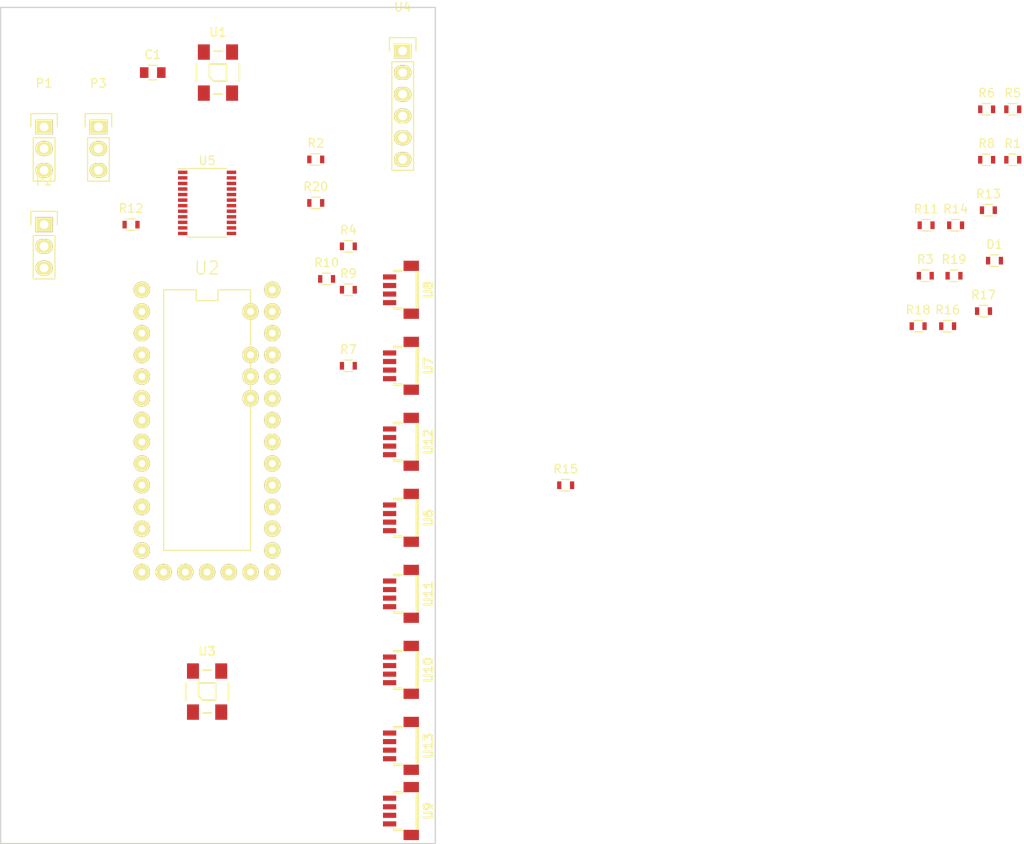
<source format=kicad_pcb>
(kicad_pcb (version 4) (host pcbnew 4.0.2-4+6225~38~ubuntu14.04.1-stable)

  (general
    (links 103)
    (no_connects 103)
    (area 93.904999 53.465 213.800002 152.475001)
    (thickness 1.6)
    (drawings 5)
    (tracks 0)
    (zones 0)
    (modules 38)
    (nets 31)
  )

  (page A4)
  (layers
    (0 F.Cu signal)
    (31 B.Cu signal)
    (32 B.Adhes user)
    (33 F.Adhes user)
    (34 B.Paste user)
    (35 F.Paste user)
    (36 B.SilkS user)
    (37 F.SilkS user)
    (38 B.Mask user)
    (39 F.Mask user)
    (40 Dwgs.User user)
    (41 Cmts.User user)
    (42 Eco1.User user)
    (43 Eco2.User user)
    (44 Edge.Cuts user)
    (45 Margin user)
    (46 B.CrtYd user)
    (47 F.CrtYd user)
    (48 B.Fab user)
    (49 F.Fab user)
  )

  (setup
    (last_trace_width 0.25)
    (trace_clearance 0.2)
    (zone_clearance 0.508)
    (zone_45_only no)
    (trace_min 0.2)
    (segment_width 0.2)
    (edge_width 0.15)
    (via_size 0.6)
    (via_drill 0.4)
    (via_min_size 0.4)
    (via_min_drill 0.3)
    (uvia_size 0.3)
    (uvia_drill 0.1)
    (uvias_allowed no)
    (uvia_min_size 0.2)
    (uvia_min_drill 0.1)
    (pcb_text_width 0.3)
    (pcb_text_size 1.5 1.5)
    (mod_edge_width 0.15)
    (mod_text_size 1 1)
    (mod_text_width 0.15)
    (pad_size 1.524 1.524)
    (pad_drill 0.762)
    (pad_to_mask_clearance 0.2)
    (aux_axis_origin 0 0)
    (visible_elements FFFFF77F)
    (pcbplotparams
      (layerselection 0x00030_80000001)
      (usegerberextensions false)
      (excludeedgelayer true)
      (linewidth 0.100000)
      (plotframeref false)
      (viasonmask false)
      (mode 1)
      (useauxorigin false)
      (hpglpennumber 1)
      (hpglpenspeed 20)
      (hpglpendiameter 15)
      (hpglpenoverlay 2)
      (psnegative false)
      (psa4output false)
      (plotreference true)
      (plotvalue true)
      (plotinvisibletext false)
      (padsonsilk false)
      (subtractmaskfromsilk false)
      (outputformat 1)
      (mirror false)
      (drillshape 1)
      (scaleselection 1)
      (outputdirectory ""))
  )

  (net 0 "")
  (net 1 +5V)
  (net 2 GND)
  (net 3 "Net-(D1-Pad1)")
  (net 4 MOTOR)
  (net 5 STEERING)
  (net 6 STARTMODULE)
  (net 7 "Net-(R2-Pad1)")
  (net 8 +3V3)
  (net 9 "Net-(R3-Pad1)")
  (net 10 "Net-(R4-Pad1)")
  (net 11 "Net-(R5-Pad1)")
  (net 12 "Net-(R6-Pad1)")
  (net 13 "Net-(R7-Pad1)")
  (net 14 "Net-(R8-Pad1)")
  (net 15 "Net-(R9-Pad1)")
  (net 16 "Net-(R10-Pad1)")
  (net 17 "Net-(R11-Pad1)")
  (net 18 "Net-(R12-Pad1)")
  (net 19 "Net-(R13-Pad1)")
  (net 20 "Net-(R14-Pad1)")
  (net 21 "Net-(R15-Pad1)")
  (net 22 "Net-(R16-Pad1)")
  (net 23 "Net-(R17-Pad1)")
  (net 24 "Net-(R18-Pad1)")
  (net 25 "Net-(R19-Pad1)")
  (net 26 "Net-(R20-Pad1)")
  (net 27 "Net-(U1-Pad4)")
  (net 28 BT_TX)
  (net 29 BT_RX)
  (net 30 RGBLED)

  (net_class Default "This is the default net class."
    (clearance 0.2)
    (trace_width 0.25)
    (via_dia 0.6)
    (via_drill 0.4)
    (uvia_dia 0.3)
    (uvia_drill 0.1)
    (add_net +3V3)
    (add_net +5V)
    (add_net BT_RX)
    (add_net BT_TX)
    (add_net GND)
    (add_net MOTOR)
    (add_net "Net-(D1-Pad1)")
    (add_net "Net-(R10-Pad1)")
    (add_net "Net-(R11-Pad1)")
    (add_net "Net-(R12-Pad1)")
    (add_net "Net-(R13-Pad1)")
    (add_net "Net-(R14-Pad1)")
    (add_net "Net-(R15-Pad1)")
    (add_net "Net-(R16-Pad1)")
    (add_net "Net-(R17-Pad1)")
    (add_net "Net-(R18-Pad1)")
    (add_net "Net-(R19-Pad1)")
    (add_net "Net-(R2-Pad1)")
    (add_net "Net-(R20-Pad1)")
    (add_net "Net-(R3-Pad1)")
    (add_net "Net-(R4-Pad1)")
    (add_net "Net-(R5-Pad1)")
    (add_net "Net-(R6-Pad1)")
    (add_net "Net-(R7-Pad1)")
    (add_net "Net-(R8-Pad1)")
    (add_net "Net-(R9-Pad1)")
    (add_net "Net-(U1-Pad4)")
    (add_net RGBLED)
    (add_net STARTMODULE)
    (add_net STEERING)
  )

  (module Capacitors_SMD:C_0805 (layer F.Cu) (tedit 5415D6EA) (tstamp 56F5B002)
    (at 111.76 62.23)
    (descr "Capacitor SMD 0805, reflow soldering, AVX (see smccp.pdf)")
    (tags "capacitor 0805")
    (path /56F771B9)
    (attr smd)
    (fp_text reference C1 (at 0 -2.1) (layer F.SilkS)
      (effects (font (size 1 1) (thickness 0.15)))
    )
    (fp_text value 0.1uF (at 0 2.1) (layer F.Fab)
      (effects (font (size 1 1) (thickness 0.15)))
    )
    (fp_line (start -1.8 -1) (end 1.8 -1) (layer F.CrtYd) (width 0.05))
    (fp_line (start -1.8 1) (end 1.8 1) (layer F.CrtYd) (width 0.05))
    (fp_line (start -1.8 -1) (end -1.8 1) (layer F.CrtYd) (width 0.05))
    (fp_line (start 1.8 -1) (end 1.8 1) (layer F.CrtYd) (width 0.05))
    (fp_line (start 0.5 -0.85) (end -0.5 -0.85) (layer F.SilkS) (width 0.15))
    (fp_line (start -0.5 0.85) (end 0.5 0.85) (layer F.SilkS) (width 0.15))
    (pad 1 smd rect (at -1 0) (size 1 1.25) (layers F.Cu F.Paste F.Mask)
      (net 1 +5V))
    (pad 2 smd rect (at 1 0) (size 1 1.25) (layers F.Cu F.Paste F.Mask)
      (net 2 GND))
    (model Capacitors_SMD.3dshapes/C_0805.wrl
      (at (xyz 0 0 0))
      (scale (xyz 1 1 1))
      (rotate (xyz 0 0 0))
    )
  )

  (module Resistors_SMD:R_0603 (layer F.Cu) (tedit 5415CC62) (tstamp 56F5B008)
    (at 210.142619 84.225)
    (descr "Resistor SMD 0603, reflow soldering, Vishay (see dcrcw.pdf)")
    (tags "resistor 0603")
    (path /56F7DC38)
    (attr smd)
    (fp_text reference D1 (at 0 -1.9) (layer F.SilkS)
      (effects (font (size 1 1) (thickness 0.15)))
    )
    (fp_text value POWER (at 0 1.9) (layer F.Fab)
      (effects (font (size 1 1) (thickness 0.15)))
    )
    (fp_line (start -1.3 -0.8) (end 1.3 -0.8) (layer F.CrtYd) (width 0.05))
    (fp_line (start -1.3 0.8) (end 1.3 0.8) (layer F.CrtYd) (width 0.05))
    (fp_line (start -1.3 -0.8) (end -1.3 0.8) (layer F.CrtYd) (width 0.05))
    (fp_line (start 1.3 -0.8) (end 1.3 0.8) (layer F.CrtYd) (width 0.05))
    (fp_line (start 0.5 0.675) (end -0.5 0.675) (layer F.SilkS) (width 0.15))
    (fp_line (start -0.5 -0.675) (end 0.5 -0.675) (layer F.SilkS) (width 0.15))
    (pad 1 smd rect (at -0.75 0) (size 0.5 0.9) (layers F.Cu F.Paste F.Mask)
      (net 3 "Net-(D1-Pad1)"))
    (pad 2 smd rect (at 0.75 0) (size 0.5 0.9) (layers F.Cu F.Paste F.Mask)
      (net 1 +5V))
    (model Resistors_SMD.3dshapes/R_0603.wrl
      (at (xyz 0 0 0))
      (scale (xyz 1 1 1))
      (rotate (xyz 0 0 0))
    )
  )

  (module Pin_Headers:Pin_Header_Straight_1x03 (layer F.Cu) (tedit 0) (tstamp 56F5B00F)
    (at 99.06 68.58)
    (descr "Through hole pin header")
    (tags "pin header")
    (path /56F5887E)
    (fp_text reference P1 (at 0 -5.1) (layer F.SilkS)
      (effects (font (size 1 1) (thickness 0.15)))
    )
    (fp_text value MOTOR (at 0 -3.1) (layer F.Fab)
      (effects (font (size 1 1) (thickness 0.15)))
    )
    (fp_line (start -1.75 -1.75) (end -1.75 6.85) (layer F.CrtYd) (width 0.05))
    (fp_line (start 1.75 -1.75) (end 1.75 6.85) (layer F.CrtYd) (width 0.05))
    (fp_line (start -1.75 -1.75) (end 1.75 -1.75) (layer F.CrtYd) (width 0.05))
    (fp_line (start -1.75 6.85) (end 1.75 6.85) (layer F.CrtYd) (width 0.05))
    (fp_line (start -1.27 1.27) (end -1.27 6.35) (layer F.SilkS) (width 0.15))
    (fp_line (start -1.27 6.35) (end 1.27 6.35) (layer F.SilkS) (width 0.15))
    (fp_line (start 1.27 6.35) (end 1.27 1.27) (layer F.SilkS) (width 0.15))
    (fp_line (start 1.55 -1.55) (end 1.55 0) (layer F.SilkS) (width 0.15))
    (fp_line (start 1.27 1.27) (end -1.27 1.27) (layer F.SilkS) (width 0.15))
    (fp_line (start -1.55 0) (end -1.55 -1.55) (layer F.SilkS) (width 0.15))
    (fp_line (start -1.55 -1.55) (end 1.55 -1.55) (layer F.SilkS) (width 0.15))
    (pad 1 thru_hole rect (at 0 0) (size 2.032 1.7272) (drill 1.016) (layers *.Cu *.Mask F.SilkS)
      (net 4 MOTOR))
    (pad 2 thru_hole oval (at 0 2.54) (size 2.032 1.7272) (drill 1.016) (layers *.Cu *.Mask F.SilkS)
      (net 1 +5V))
    (pad 3 thru_hole oval (at 0 5.08) (size 2.032 1.7272) (drill 1.016) (layers *.Cu *.Mask F.SilkS)
      (net 2 GND))
    (model Pin_Headers.3dshapes/Pin_Header_Straight_1x03.wrl
      (at (xyz 0 -0.1 0))
      (scale (xyz 1 1 1))
      (rotate (xyz 0 0 90))
    )
  )

  (module Pin_Headers:Pin_Header_Straight_1x03 (layer F.Cu) (tedit 0) (tstamp 56F5B016)
    (at 99.06 80.01)
    (descr "Through hole pin header")
    (tags "pin header")
    (path /56F58903)
    (fp_text reference P2 (at 0 -5.1) (layer F.SilkS)
      (effects (font (size 1 1) (thickness 0.15)))
    )
    (fp_text value STEERING (at 0 -3.1) (layer F.Fab)
      (effects (font (size 1 1) (thickness 0.15)))
    )
    (fp_line (start -1.75 -1.75) (end -1.75 6.85) (layer F.CrtYd) (width 0.05))
    (fp_line (start 1.75 -1.75) (end 1.75 6.85) (layer F.CrtYd) (width 0.05))
    (fp_line (start -1.75 -1.75) (end 1.75 -1.75) (layer F.CrtYd) (width 0.05))
    (fp_line (start -1.75 6.85) (end 1.75 6.85) (layer F.CrtYd) (width 0.05))
    (fp_line (start -1.27 1.27) (end -1.27 6.35) (layer F.SilkS) (width 0.15))
    (fp_line (start -1.27 6.35) (end 1.27 6.35) (layer F.SilkS) (width 0.15))
    (fp_line (start 1.27 6.35) (end 1.27 1.27) (layer F.SilkS) (width 0.15))
    (fp_line (start 1.55 -1.55) (end 1.55 0) (layer F.SilkS) (width 0.15))
    (fp_line (start 1.27 1.27) (end -1.27 1.27) (layer F.SilkS) (width 0.15))
    (fp_line (start -1.55 0) (end -1.55 -1.55) (layer F.SilkS) (width 0.15))
    (fp_line (start -1.55 -1.55) (end 1.55 -1.55) (layer F.SilkS) (width 0.15))
    (pad 1 thru_hole rect (at 0 0) (size 2.032 1.7272) (drill 1.016) (layers *.Cu *.Mask F.SilkS)
      (net 5 STEERING))
    (pad 2 thru_hole oval (at 0 2.54) (size 2.032 1.7272) (drill 1.016) (layers *.Cu *.Mask F.SilkS)
      (net 1 +5V))
    (pad 3 thru_hole oval (at 0 5.08) (size 2.032 1.7272) (drill 1.016) (layers *.Cu *.Mask F.SilkS)
      (net 2 GND))
    (model Pin_Headers.3dshapes/Pin_Header_Straight_1x03.wrl
      (at (xyz 0 -0.1 0))
      (scale (xyz 1 1 1))
      (rotate (xyz 0 0 90))
    )
  )

  (module Pin_Headers:Pin_Header_Straight_1x03 (layer F.Cu) (tedit 0) (tstamp 56F5B01D)
    (at 105.41 68.58)
    (descr "Through hole pin header")
    (tags "pin header")
    (path /56F58938)
    (fp_text reference P3 (at 0 -5.1) (layer F.SilkS)
      (effects (font (size 1 1) (thickness 0.15)))
    )
    (fp_text value START (at 0 -3.1) (layer F.Fab)
      (effects (font (size 1 1) (thickness 0.15)))
    )
    (fp_line (start -1.75 -1.75) (end -1.75 6.85) (layer F.CrtYd) (width 0.05))
    (fp_line (start 1.75 -1.75) (end 1.75 6.85) (layer F.CrtYd) (width 0.05))
    (fp_line (start -1.75 -1.75) (end 1.75 -1.75) (layer F.CrtYd) (width 0.05))
    (fp_line (start -1.75 6.85) (end 1.75 6.85) (layer F.CrtYd) (width 0.05))
    (fp_line (start -1.27 1.27) (end -1.27 6.35) (layer F.SilkS) (width 0.15))
    (fp_line (start -1.27 6.35) (end 1.27 6.35) (layer F.SilkS) (width 0.15))
    (fp_line (start 1.27 6.35) (end 1.27 1.27) (layer F.SilkS) (width 0.15))
    (fp_line (start 1.55 -1.55) (end 1.55 0) (layer F.SilkS) (width 0.15))
    (fp_line (start 1.27 1.27) (end -1.27 1.27) (layer F.SilkS) (width 0.15))
    (fp_line (start -1.55 0) (end -1.55 -1.55) (layer F.SilkS) (width 0.15))
    (fp_line (start -1.55 -1.55) (end 1.55 -1.55) (layer F.SilkS) (width 0.15))
    (pad 1 thru_hole rect (at 0 0) (size 2.032 1.7272) (drill 1.016) (layers *.Cu *.Mask F.SilkS)
      (net 6 STARTMODULE))
    (pad 2 thru_hole oval (at 0 2.54) (size 2.032 1.7272) (drill 1.016) (layers *.Cu *.Mask F.SilkS)
      (net 1 +5V))
    (pad 3 thru_hole oval (at 0 5.08) (size 2.032 1.7272) (drill 1.016) (layers *.Cu *.Mask F.SilkS)
      (net 2 GND))
    (model Pin_Headers.3dshapes/Pin_Header_Straight_1x03.wrl
      (at (xyz 0 -0.1 0))
      (scale (xyz 1 1 1))
      (rotate (xyz 0 0 90))
    )
  )

  (module Resistors_SMD:R_0603 (layer F.Cu) (tedit 5415CC62) (tstamp 56F5B023)
    (at 212.275001 72.425)
    (descr "Resistor SMD 0603, reflow soldering, Vishay (see dcrcw.pdf)")
    (tags "resistor 0603")
    (path /56F7DCF3)
    (attr smd)
    (fp_text reference R1 (at 0 -1.9) (layer F.SilkS)
      (effects (font (size 1 1) (thickness 0.15)))
    )
    (fp_text value R (at 0 1.9) (layer F.Fab)
      (effects (font (size 1 1) (thickness 0.15)))
    )
    (fp_line (start -1.3 -0.8) (end 1.3 -0.8) (layer F.CrtYd) (width 0.05))
    (fp_line (start -1.3 0.8) (end 1.3 0.8) (layer F.CrtYd) (width 0.05))
    (fp_line (start -1.3 -0.8) (end -1.3 0.8) (layer F.CrtYd) (width 0.05))
    (fp_line (start 1.3 -0.8) (end 1.3 0.8) (layer F.CrtYd) (width 0.05))
    (fp_line (start 0.5 0.675) (end -0.5 0.675) (layer F.SilkS) (width 0.15))
    (fp_line (start -0.5 -0.675) (end 0.5 -0.675) (layer F.SilkS) (width 0.15))
    (pad 1 smd rect (at -0.75 0) (size 0.5 0.9) (layers F.Cu F.Paste F.Mask)
      (net 3 "Net-(D1-Pad1)"))
    (pad 2 smd rect (at 0.75 0) (size 0.5 0.9) (layers F.Cu F.Paste F.Mask)
      (net 2 GND))
    (model Resistors_SMD.3dshapes/R_0603.wrl
      (at (xyz 0 0 0))
      (scale (xyz 1 1 1))
      (rotate (xyz 0 0 0))
    )
  )

  (module Resistors_SMD:R_0603 (layer F.Cu) (tedit 5415CC62) (tstamp 56F5B029)
    (at 130.81 72.39)
    (descr "Resistor SMD 0603, reflow soldering, Vishay (see dcrcw.pdf)")
    (tags "resistor 0603")
    (path /56F6A689)
    (attr smd)
    (fp_text reference R2 (at 0 -1.9) (layer F.SilkS)
      (effects (font (size 1 1) (thickness 0.15)))
    )
    (fp_text value 2k2 (at 0 1.9) (layer F.Fab)
      (effects (font (size 1 1) (thickness 0.15)))
    )
    (fp_line (start -1.3 -0.8) (end 1.3 -0.8) (layer F.CrtYd) (width 0.05))
    (fp_line (start -1.3 0.8) (end 1.3 0.8) (layer F.CrtYd) (width 0.05))
    (fp_line (start -1.3 -0.8) (end -1.3 0.8) (layer F.CrtYd) (width 0.05))
    (fp_line (start 1.3 -0.8) (end 1.3 0.8) (layer F.CrtYd) (width 0.05))
    (fp_line (start 0.5 0.675) (end -0.5 0.675) (layer F.SilkS) (width 0.15))
    (fp_line (start -0.5 -0.675) (end 0.5 -0.675) (layer F.SilkS) (width 0.15))
    (pad 1 smd rect (at -0.75 0) (size 0.5 0.9) (layers F.Cu F.Paste F.Mask)
      (net 7 "Net-(R2-Pad1)"))
    (pad 2 smd rect (at 0.75 0) (size 0.5 0.9) (layers F.Cu F.Paste F.Mask)
      (net 8 +3V3))
    (model Resistors_SMD.3dshapes/R_0603.wrl
      (at (xyz 0 0 0))
      (scale (xyz 1 1 1))
      (rotate (xyz 0 0 0))
    )
  )

  (module Resistors_SMD:R_0603 (layer F.Cu) (tedit 5415CC62) (tstamp 56F5B02F)
    (at 202.052143 85.985)
    (descr "Resistor SMD 0603, reflow soldering, Vishay (see dcrcw.pdf)")
    (tags "resistor 0603")
    (path /56F6A5EB)
    (attr smd)
    (fp_text reference R3 (at 0 -1.9) (layer F.SilkS)
      (effects (font (size 1 1) (thickness 0.15)))
    )
    (fp_text value 2k2 (at 0 1.9) (layer F.Fab)
      (effects (font (size 1 1) (thickness 0.15)))
    )
    (fp_line (start -1.3 -0.8) (end 1.3 -0.8) (layer F.CrtYd) (width 0.05))
    (fp_line (start -1.3 0.8) (end 1.3 0.8) (layer F.CrtYd) (width 0.05))
    (fp_line (start -1.3 -0.8) (end -1.3 0.8) (layer F.CrtYd) (width 0.05))
    (fp_line (start 1.3 -0.8) (end 1.3 0.8) (layer F.CrtYd) (width 0.05))
    (fp_line (start 0.5 0.675) (end -0.5 0.675) (layer F.SilkS) (width 0.15))
    (fp_line (start -0.5 -0.675) (end 0.5 -0.675) (layer F.SilkS) (width 0.15))
    (pad 1 smd rect (at -0.75 0) (size 0.5 0.9) (layers F.Cu F.Paste F.Mask)
      (net 9 "Net-(R3-Pad1)"))
    (pad 2 smd rect (at 0.75 0) (size 0.5 0.9) (layers F.Cu F.Paste F.Mask)
      (net 8 +3V3))
    (model Resistors_SMD.3dshapes/R_0603.wrl
      (at (xyz 0 0 0))
      (scale (xyz 1 1 1))
      (rotate (xyz 0 0 0))
    )
  )

  (module Resistors_SMD:R_0603 (layer F.Cu) (tedit 5415CC62) (tstamp 56F5B035)
    (at 134.62 82.55)
    (descr "Resistor SMD 0603, reflow soldering, Vishay (see dcrcw.pdf)")
    (tags "resistor 0603")
    (path /56F6A511)
    (attr smd)
    (fp_text reference R4 (at 0 -1.9) (layer F.SilkS)
      (effects (font (size 1 1) (thickness 0.15)))
    )
    (fp_text value 2k2 (at 0 1.9) (layer F.Fab)
      (effects (font (size 1 1) (thickness 0.15)))
    )
    (fp_line (start -1.3 -0.8) (end 1.3 -0.8) (layer F.CrtYd) (width 0.05))
    (fp_line (start -1.3 0.8) (end 1.3 0.8) (layer F.CrtYd) (width 0.05))
    (fp_line (start -1.3 -0.8) (end -1.3 0.8) (layer F.CrtYd) (width 0.05))
    (fp_line (start 1.3 -0.8) (end 1.3 0.8) (layer F.CrtYd) (width 0.05))
    (fp_line (start 0.5 0.675) (end -0.5 0.675) (layer F.SilkS) (width 0.15))
    (fp_line (start -0.5 -0.675) (end 0.5 -0.675) (layer F.SilkS) (width 0.15))
    (pad 1 smd rect (at -0.75 0) (size 0.5 0.9) (layers F.Cu F.Paste F.Mask)
      (net 10 "Net-(R4-Pad1)"))
    (pad 2 smd rect (at 0.75 0) (size 0.5 0.9) (layers F.Cu F.Paste F.Mask)
      (net 8 +3V3))
    (model Resistors_SMD.3dshapes/R_0603.wrl
      (at (xyz 0 0 0))
      (scale (xyz 1 1 1))
      (rotate (xyz 0 0 0))
    )
  )

  (module Resistors_SMD:R_0603 (layer F.Cu) (tedit 5415CC62) (tstamp 56F5B03B)
    (at 212.275001 66.525)
    (descr "Resistor SMD 0603, reflow soldering, Vishay (see dcrcw.pdf)")
    (tags "resistor 0603")
    (path /56F62326)
    (attr smd)
    (fp_text reference R5 (at 0 -1.9) (layer F.SilkS)
      (effects (font (size 1 1) (thickness 0.15)))
    )
    (fp_text value 1k (at 0 1.9) (layer F.Fab)
      (effects (font (size 1 1) (thickness 0.15)))
    )
    (fp_line (start -1.3 -0.8) (end 1.3 -0.8) (layer F.CrtYd) (width 0.05))
    (fp_line (start -1.3 0.8) (end 1.3 0.8) (layer F.CrtYd) (width 0.05))
    (fp_line (start -1.3 -0.8) (end -1.3 0.8) (layer F.CrtYd) (width 0.05))
    (fp_line (start 1.3 -0.8) (end 1.3 0.8) (layer F.CrtYd) (width 0.05))
    (fp_line (start 0.5 0.675) (end -0.5 0.675) (layer F.SilkS) (width 0.15))
    (fp_line (start -0.5 -0.675) (end 0.5 -0.675) (layer F.SilkS) (width 0.15))
    (pad 1 smd rect (at -0.75 0) (size 0.5 0.9) (layers F.Cu F.Paste F.Mask)
      (net 11 "Net-(R5-Pad1)"))
    (pad 2 smd rect (at 0.75 0) (size 0.5 0.9) (layers F.Cu F.Paste F.Mask)
      (net 8 +3V3))
    (model Resistors_SMD.3dshapes/R_0603.wrl
      (at (xyz 0 0 0))
      (scale (xyz 1 1 1))
      (rotate (xyz 0 0 0))
    )
  )

  (module Resistors_SMD:R_0603 (layer F.Cu) (tedit 5415CC62) (tstamp 56F5B041)
    (at 209.225001 66.525)
    (descr "Resistor SMD 0603, reflow soldering, Vishay (see dcrcw.pdf)")
    (tags "resistor 0603")
    (path /56F61EA7)
    (attr smd)
    (fp_text reference R6 (at 0 -1.9) (layer F.SilkS)
      (effects (font (size 1 1) (thickness 0.15)))
    )
    (fp_text value 1k (at 0 1.9) (layer F.Fab)
      (effects (font (size 1 1) (thickness 0.15)))
    )
    (fp_line (start -1.3 -0.8) (end 1.3 -0.8) (layer F.CrtYd) (width 0.05))
    (fp_line (start -1.3 0.8) (end 1.3 0.8) (layer F.CrtYd) (width 0.05))
    (fp_line (start -1.3 -0.8) (end -1.3 0.8) (layer F.CrtYd) (width 0.05))
    (fp_line (start 1.3 -0.8) (end 1.3 0.8) (layer F.CrtYd) (width 0.05))
    (fp_line (start 0.5 0.675) (end -0.5 0.675) (layer F.SilkS) (width 0.15))
    (fp_line (start -0.5 -0.675) (end 0.5 -0.675) (layer F.SilkS) (width 0.15))
    (pad 1 smd rect (at -0.75 0) (size 0.5 0.9) (layers F.Cu F.Paste F.Mask)
      (net 12 "Net-(R6-Pad1)"))
    (pad 2 smd rect (at 0.75 0) (size 0.5 0.9) (layers F.Cu F.Paste F.Mask)
      (net 8 +3V3))
    (model Resistors_SMD.3dshapes/R_0603.wrl
      (at (xyz 0 0 0))
      (scale (xyz 1 1 1))
      (rotate (xyz 0 0 0))
    )
  )

  (module Resistors_SMD:R_0603 (layer F.Cu) (tedit 5415CC62) (tstamp 56F5B047)
    (at 134.62 96.52)
    (descr "Resistor SMD 0603, reflow soldering, Vishay (see dcrcw.pdf)")
    (tags "resistor 0603")
    (path /56F6348B)
    (attr smd)
    (fp_text reference R7 (at 0 -1.9) (layer F.SilkS)
      (effects (font (size 1 1) (thickness 0.15)))
    )
    (fp_text value 1k (at 0 1.9) (layer F.Fab)
      (effects (font (size 1 1) (thickness 0.15)))
    )
    (fp_line (start -1.3 -0.8) (end 1.3 -0.8) (layer F.CrtYd) (width 0.05))
    (fp_line (start -1.3 0.8) (end 1.3 0.8) (layer F.CrtYd) (width 0.05))
    (fp_line (start -1.3 -0.8) (end -1.3 0.8) (layer F.CrtYd) (width 0.05))
    (fp_line (start 1.3 -0.8) (end 1.3 0.8) (layer F.CrtYd) (width 0.05))
    (fp_line (start 0.5 0.675) (end -0.5 0.675) (layer F.SilkS) (width 0.15))
    (fp_line (start -0.5 -0.675) (end 0.5 -0.675) (layer F.SilkS) (width 0.15))
    (pad 1 smd rect (at -0.75 0) (size 0.5 0.9) (layers F.Cu F.Paste F.Mask)
      (net 13 "Net-(R7-Pad1)"))
    (pad 2 smd rect (at 0.75 0) (size 0.5 0.9) (layers F.Cu F.Paste F.Mask)
      (net 8 +3V3))
    (model Resistors_SMD.3dshapes/R_0603.wrl
      (at (xyz 0 0 0))
      (scale (xyz 1 1 1))
      (rotate (xyz 0 0 0))
    )
  )

  (module Resistors_SMD:R_0603 (layer F.Cu) (tedit 5415CC62) (tstamp 56F5B04D)
    (at 209.225001 72.425)
    (descr "Resistor SMD 0603, reflow soldering, Vishay (see dcrcw.pdf)")
    (tags "resistor 0603")
    (path /56F63481)
    (attr smd)
    (fp_text reference R8 (at 0 -1.9) (layer F.SilkS)
      (effects (font (size 1 1) (thickness 0.15)))
    )
    (fp_text value 1k (at 0 1.9) (layer F.Fab)
      (effects (font (size 1 1) (thickness 0.15)))
    )
    (fp_line (start -1.3 -0.8) (end 1.3 -0.8) (layer F.CrtYd) (width 0.05))
    (fp_line (start -1.3 0.8) (end 1.3 0.8) (layer F.CrtYd) (width 0.05))
    (fp_line (start -1.3 -0.8) (end -1.3 0.8) (layer F.CrtYd) (width 0.05))
    (fp_line (start 1.3 -0.8) (end 1.3 0.8) (layer F.CrtYd) (width 0.05))
    (fp_line (start 0.5 0.675) (end -0.5 0.675) (layer F.SilkS) (width 0.15))
    (fp_line (start -0.5 -0.675) (end 0.5 -0.675) (layer F.SilkS) (width 0.15))
    (pad 1 smd rect (at -0.75 0) (size 0.5 0.9) (layers F.Cu F.Paste F.Mask)
      (net 14 "Net-(R8-Pad1)"))
    (pad 2 smd rect (at 0.75 0) (size 0.5 0.9) (layers F.Cu F.Paste F.Mask)
      (net 8 +3V3))
    (model Resistors_SMD.3dshapes/R_0603.wrl
      (at (xyz 0 0 0))
      (scale (xyz 1 1 1))
      (rotate (xyz 0 0 0))
    )
  )

  (module Resistors_SMD:R_0603 (layer F.Cu) (tedit 5415CC62) (tstamp 56F5B053)
    (at 134.62 87.63)
    (descr "Resistor SMD 0603, reflow soldering, Vishay (see dcrcw.pdf)")
    (tags "resistor 0603")
    (path /56F63977)
    (attr smd)
    (fp_text reference R9 (at 0 -1.9) (layer F.SilkS)
      (effects (font (size 1 1) (thickness 0.15)))
    )
    (fp_text value 1k (at 0 1.9) (layer F.Fab)
      (effects (font (size 1 1) (thickness 0.15)))
    )
    (fp_line (start -1.3 -0.8) (end 1.3 -0.8) (layer F.CrtYd) (width 0.05))
    (fp_line (start -1.3 0.8) (end 1.3 0.8) (layer F.CrtYd) (width 0.05))
    (fp_line (start -1.3 -0.8) (end -1.3 0.8) (layer F.CrtYd) (width 0.05))
    (fp_line (start 1.3 -0.8) (end 1.3 0.8) (layer F.CrtYd) (width 0.05))
    (fp_line (start 0.5 0.675) (end -0.5 0.675) (layer F.SilkS) (width 0.15))
    (fp_line (start -0.5 -0.675) (end 0.5 -0.675) (layer F.SilkS) (width 0.15))
    (pad 1 smd rect (at -0.75 0) (size 0.5 0.9) (layers F.Cu F.Paste F.Mask)
      (net 15 "Net-(R9-Pad1)"))
    (pad 2 smd rect (at 0.75 0) (size 0.5 0.9) (layers F.Cu F.Paste F.Mask)
      (net 8 +3V3))
    (model Resistors_SMD.3dshapes/R_0603.wrl
      (at (xyz 0 0 0))
      (scale (xyz 1 1 1))
      (rotate (xyz 0 0 0))
    )
  )

  (module Resistors_SMD:R_0603 (layer F.Cu) (tedit 5415CC62) (tstamp 56F5B059)
    (at 132.08 86.36)
    (descr "Resistor SMD 0603, reflow soldering, Vishay (see dcrcw.pdf)")
    (tags "resistor 0603")
    (path /56F6396D)
    (attr smd)
    (fp_text reference R10 (at 0 -1.9) (layer F.SilkS)
      (effects (font (size 1 1) (thickness 0.15)))
    )
    (fp_text value 1k (at 0 1.9) (layer F.Fab)
      (effects (font (size 1 1) (thickness 0.15)))
    )
    (fp_line (start -1.3 -0.8) (end 1.3 -0.8) (layer F.CrtYd) (width 0.05))
    (fp_line (start -1.3 0.8) (end 1.3 0.8) (layer F.CrtYd) (width 0.05))
    (fp_line (start -1.3 -0.8) (end -1.3 0.8) (layer F.CrtYd) (width 0.05))
    (fp_line (start 1.3 -0.8) (end 1.3 0.8) (layer F.CrtYd) (width 0.05))
    (fp_line (start 0.5 0.675) (end -0.5 0.675) (layer F.SilkS) (width 0.15))
    (fp_line (start -0.5 -0.675) (end 0.5 -0.675) (layer F.SilkS) (width 0.15))
    (pad 1 smd rect (at -0.75 0) (size 0.5 0.9) (layers F.Cu F.Paste F.Mask)
      (net 16 "Net-(R10-Pad1)"))
    (pad 2 smd rect (at 0.75 0) (size 0.5 0.9) (layers F.Cu F.Paste F.Mask)
      (net 8 +3V3))
    (model Resistors_SMD.3dshapes/R_0603.wrl
      (at (xyz 0 0 0))
      (scale (xyz 1 1 1))
      (rotate (xyz 0 0 0))
    )
  )

  (module Resistors_SMD:R_0603 (layer F.Cu) (tedit 5415CC62) (tstamp 56F5B05F)
    (at 202.147381 80.085)
    (descr "Resistor SMD 0603, reflow soldering, Vishay (see dcrcw.pdf)")
    (tags "resistor 0603")
    (path /56F639A0)
    (attr smd)
    (fp_text reference R11 (at 0 -1.9) (layer F.SilkS)
      (effects (font (size 1 1) (thickness 0.15)))
    )
    (fp_text value 1k (at 0 1.9) (layer F.Fab)
      (effects (font (size 1 1) (thickness 0.15)))
    )
    (fp_line (start -1.3 -0.8) (end 1.3 -0.8) (layer F.CrtYd) (width 0.05))
    (fp_line (start -1.3 0.8) (end 1.3 0.8) (layer F.CrtYd) (width 0.05))
    (fp_line (start -1.3 -0.8) (end -1.3 0.8) (layer F.CrtYd) (width 0.05))
    (fp_line (start 1.3 -0.8) (end 1.3 0.8) (layer F.CrtYd) (width 0.05))
    (fp_line (start 0.5 0.675) (end -0.5 0.675) (layer F.SilkS) (width 0.15))
    (fp_line (start -0.5 -0.675) (end 0.5 -0.675) (layer F.SilkS) (width 0.15))
    (pad 1 smd rect (at -0.75 0) (size 0.5 0.9) (layers F.Cu F.Paste F.Mask)
      (net 17 "Net-(R11-Pad1)"))
    (pad 2 smd rect (at 0.75 0) (size 0.5 0.9) (layers F.Cu F.Paste F.Mask)
      (net 8 +3V3))
    (model Resistors_SMD.3dshapes/R_0603.wrl
      (at (xyz 0 0 0))
      (scale (xyz 1 1 1))
      (rotate (xyz 0 0 0))
    )
  )

  (module Resistors_SMD:R_0603 (layer F.Cu) (tedit 5415CC62) (tstamp 56F5B065)
    (at 109.22 80.01)
    (descr "Resistor SMD 0603, reflow soldering, Vishay (see dcrcw.pdf)")
    (tags "resistor 0603")
    (path /56F63996)
    (attr smd)
    (fp_text reference R12 (at 0 -1.9) (layer F.SilkS)
      (effects (font (size 1 1) (thickness 0.15)))
    )
    (fp_text value 1k (at 0 1.9) (layer F.Fab)
      (effects (font (size 1 1) (thickness 0.15)))
    )
    (fp_line (start -1.3 -0.8) (end 1.3 -0.8) (layer F.CrtYd) (width 0.05))
    (fp_line (start -1.3 0.8) (end 1.3 0.8) (layer F.CrtYd) (width 0.05))
    (fp_line (start -1.3 -0.8) (end -1.3 0.8) (layer F.CrtYd) (width 0.05))
    (fp_line (start 1.3 -0.8) (end 1.3 0.8) (layer F.CrtYd) (width 0.05))
    (fp_line (start 0.5 0.675) (end -0.5 0.675) (layer F.SilkS) (width 0.15))
    (fp_line (start -0.5 -0.675) (end 0.5 -0.675) (layer F.SilkS) (width 0.15))
    (pad 1 smd rect (at -0.75 0) (size 0.5 0.9) (layers F.Cu F.Paste F.Mask)
      (net 18 "Net-(R12-Pad1)"))
    (pad 2 smd rect (at 0.75 0) (size 0.5 0.9) (layers F.Cu F.Paste F.Mask)
      (net 8 +3V3))
    (model Resistors_SMD.3dshapes/R_0603.wrl
      (at (xyz 0 0 0))
      (scale (xyz 1 1 1))
      (rotate (xyz 0 0 0))
    )
  )

  (module Resistors_SMD:R_0603 (layer F.Cu) (tedit 5415CC62) (tstamp 56F5B06B)
    (at 209.427381 78.325)
    (descr "Resistor SMD 0603, reflow soldering, Vishay (see dcrcw.pdf)")
    (tags "resistor 0603")
    (path /56F645B8)
    (attr smd)
    (fp_text reference R13 (at 0 -1.9) (layer F.SilkS)
      (effects (font (size 1 1) (thickness 0.15)))
    )
    (fp_text value 1k (at 0 1.9) (layer F.Fab)
      (effects (font (size 1 1) (thickness 0.15)))
    )
    (fp_line (start -1.3 -0.8) (end 1.3 -0.8) (layer F.CrtYd) (width 0.05))
    (fp_line (start -1.3 0.8) (end 1.3 0.8) (layer F.CrtYd) (width 0.05))
    (fp_line (start -1.3 -0.8) (end -1.3 0.8) (layer F.CrtYd) (width 0.05))
    (fp_line (start 1.3 -0.8) (end 1.3 0.8) (layer F.CrtYd) (width 0.05))
    (fp_line (start 0.5 0.675) (end -0.5 0.675) (layer F.SilkS) (width 0.15))
    (fp_line (start -0.5 -0.675) (end 0.5 -0.675) (layer F.SilkS) (width 0.15))
    (pad 1 smd rect (at -0.75 0) (size 0.5 0.9) (layers F.Cu F.Paste F.Mask)
      (net 19 "Net-(R13-Pad1)"))
    (pad 2 smd rect (at 0.75 0) (size 0.5 0.9) (layers F.Cu F.Paste F.Mask)
      (net 8 +3V3))
    (model Resistors_SMD.3dshapes/R_0603.wrl
      (at (xyz 0 0 0))
      (scale (xyz 1 1 1))
      (rotate (xyz 0 0 0))
    )
  )

  (module Resistors_SMD:R_0603 (layer F.Cu) (tedit 5415CC62) (tstamp 56F5B071)
    (at 205.597381 80.085)
    (descr "Resistor SMD 0603, reflow soldering, Vishay (see dcrcw.pdf)")
    (tags "resistor 0603")
    (path /56F645AE)
    (attr smd)
    (fp_text reference R14 (at 0 -1.9) (layer F.SilkS)
      (effects (font (size 1 1) (thickness 0.15)))
    )
    (fp_text value 1k (at 0 1.9) (layer F.Fab)
      (effects (font (size 1 1) (thickness 0.15)))
    )
    (fp_line (start -1.3 -0.8) (end 1.3 -0.8) (layer F.CrtYd) (width 0.05))
    (fp_line (start -1.3 0.8) (end 1.3 0.8) (layer F.CrtYd) (width 0.05))
    (fp_line (start -1.3 -0.8) (end -1.3 0.8) (layer F.CrtYd) (width 0.05))
    (fp_line (start 1.3 -0.8) (end 1.3 0.8) (layer F.CrtYd) (width 0.05))
    (fp_line (start 0.5 0.675) (end -0.5 0.675) (layer F.SilkS) (width 0.15))
    (fp_line (start -0.5 -0.675) (end 0.5 -0.675) (layer F.SilkS) (width 0.15))
    (pad 1 smd rect (at -0.75 0) (size 0.5 0.9) (layers F.Cu F.Paste F.Mask)
      (net 20 "Net-(R14-Pad1)"))
    (pad 2 smd rect (at 0.75 0) (size 0.5 0.9) (layers F.Cu F.Paste F.Mask)
      (net 8 +3V3))
    (model Resistors_SMD.3dshapes/R_0603.wrl
      (at (xyz 0 0 0))
      (scale (xyz 1 1 1))
      (rotate (xyz 0 0 0))
    )
  )

  (module Resistors_SMD:R_0603 (layer F.Cu) (tedit 5415CC62) (tstamp 56F5B077)
    (at 160.02 110.49)
    (descr "Resistor SMD 0603, reflow soldering, Vishay (see dcrcw.pdf)")
    (tags "resistor 0603")
    (path /56F645E1)
    (attr smd)
    (fp_text reference R15 (at 0 -1.9) (layer F.SilkS)
      (effects (font (size 1 1) (thickness 0.15)))
    )
    (fp_text value 1k (at 0 1.9) (layer F.Fab)
      (effects (font (size 1 1) (thickness 0.15)))
    )
    (fp_line (start -1.3 -0.8) (end 1.3 -0.8) (layer F.CrtYd) (width 0.05))
    (fp_line (start -1.3 0.8) (end 1.3 0.8) (layer F.CrtYd) (width 0.05))
    (fp_line (start -1.3 -0.8) (end -1.3 0.8) (layer F.CrtYd) (width 0.05))
    (fp_line (start 1.3 -0.8) (end 1.3 0.8) (layer F.CrtYd) (width 0.05))
    (fp_line (start 0.5 0.675) (end -0.5 0.675) (layer F.SilkS) (width 0.15))
    (fp_line (start -0.5 -0.675) (end 0.5 -0.675) (layer F.SilkS) (width 0.15))
    (pad 1 smd rect (at -0.75 0) (size 0.5 0.9) (layers F.Cu F.Paste F.Mask)
      (net 21 "Net-(R15-Pad1)"))
    (pad 2 smd rect (at 0.75 0) (size 0.5 0.9) (layers F.Cu F.Paste F.Mask)
      (net 8 +3V3))
    (model Resistors_SMD.3dshapes/R_0603.wrl
      (at (xyz 0 0 0))
      (scale (xyz 1 1 1))
      (rotate (xyz 0 0 0))
    )
  )

  (module Resistors_SMD:R_0603 (layer F.Cu) (tedit 5415CC62) (tstamp 56F5B07D)
    (at 204.667381 91.885)
    (descr "Resistor SMD 0603, reflow soldering, Vishay (see dcrcw.pdf)")
    (tags "resistor 0603")
    (path /56F645D7)
    (attr smd)
    (fp_text reference R16 (at 0 -1.9) (layer F.SilkS)
      (effects (font (size 1 1) (thickness 0.15)))
    )
    (fp_text value 1k (at 0 1.9) (layer F.Fab)
      (effects (font (size 1 1) (thickness 0.15)))
    )
    (fp_line (start -1.3 -0.8) (end 1.3 -0.8) (layer F.CrtYd) (width 0.05))
    (fp_line (start -1.3 0.8) (end 1.3 0.8) (layer F.CrtYd) (width 0.05))
    (fp_line (start -1.3 -0.8) (end -1.3 0.8) (layer F.CrtYd) (width 0.05))
    (fp_line (start 1.3 -0.8) (end 1.3 0.8) (layer F.CrtYd) (width 0.05))
    (fp_line (start 0.5 0.675) (end -0.5 0.675) (layer F.SilkS) (width 0.15))
    (fp_line (start -0.5 -0.675) (end 0.5 -0.675) (layer F.SilkS) (width 0.15))
    (pad 1 smd rect (at -0.75 0) (size 0.5 0.9) (layers F.Cu F.Paste F.Mask)
      (net 22 "Net-(R16-Pad1)"))
    (pad 2 smd rect (at 0.75 0) (size 0.5 0.9) (layers F.Cu F.Paste F.Mask)
      (net 8 +3V3))
    (model Resistors_SMD.3dshapes/R_0603.wrl
      (at (xyz 0 0 0))
      (scale (xyz 1 1 1))
      (rotate (xyz 0 0 0))
    )
  )

  (module Resistors_SMD:R_0603 (layer F.Cu) (tedit 5415CC62) (tstamp 56F5B083)
    (at 208.857381 90.125)
    (descr "Resistor SMD 0603, reflow soldering, Vishay (see dcrcw.pdf)")
    (tags "resistor 0603")
    (path /56F6460A)
    (attr smd)
    (fp_text reference R17 (at 0 -1.9) (layer F.SilkS)
      (effects (font (size 1 1) (thickness 0.15)))
    )
    (fp_text value 1k (at 0 1.9) (layer F.Fab)
      (effects (font (size 1 1) (thickness 0.15)))
    )
    (fp_line (start -1.3 -0.8) (end 1.3 -0.8) (layer F.CrtYd) (width 0.05))
    (fp_line (start -1.3 0.8) (end 1.3 0.8) (layer F.CrtYd) (width 0.05))
    (fp_line (start -1.3 -0.8) (end -1.3 0.8) (layer F.CrtYd) (width 0.05))
    (fp_line (start 1.3 -0.8) (end 1.3 0.8) (layer F.CrtYd) (width 0.05))
    (fp_line (start 0.5 0.675) (end -0.5 0.675) (layer F.SilkS) (width 0.15))
    (fp_line (start -0.5 -0.675) (end 0.5 -0.675) (layer F.SilkS) (width 0.15))
    (pad 1 smd rect (at -0.75 0) (size 0.5 0.9) (layers F.Cu F.Paste F.Mask)
      (net 23 "Net-(R17-Pad1)"))
    (pad 2 smd rect (at 0.75 0) (size 0.5 0.9) (layers F.Cu F.Paste F.Mask)
      (net 8 +3V3))
    (model Resistors_SMD.3dshapes/R_0603.wrl
      (at (xyz 0 0 0))
      (scale (xyz 1 1 1))
      (rotate (xyz 0 0 0))
    )
  )

  (module Resistors_SMD:R_0603 (layer F.Cu) (tedit 5415CC62) (tstamp 56F5B089)
    (at 201.217381 91.885)
    (descr "Resistor SMD 0603, reflow soldering, Vishay (see dcrcw.pdf)")
    (tags "resistor 0603")
    (path /56F64600)
    (attr smd)
    (fp_text reference R18 (at 0 -1.9) (layer F.SilkS)
      (effects (font (size 1 1) (thickness 0.15)))
    )
    (fp_text value 1k (at 0 1.9) (layer F.Fab)
      (effects (font (size 1 1) (thickness 0.15)))
    )
    (fp_line (start -1.3 -0.8) (end 1.3 -0.8) (layer F.CrtYd) (width 0.05))
    (fp_line (start -1.3 0.8) (end 1.3 0.8) (layer F.CrtYd) (width 0.05))
    (fp_line (start -1.3 -0.8) (end -1.3 0.8) (layer F.CrtYd) (width 0.05))
    (fp_line (start 1.3 -0.8) (end 1.3 0.8) (layer F.CrtYd) (width 0.05))
    (fp_line (start 0.5 0.675) (end -0.5 0.675) (layer F.SilkS) (width 0.15))
    (fp_line (start -0.5 -0.675) (end 0.5 -0.675) (layer F.SilkS) (width 0.15))
    (pad 1 smd rect (at -0.75 0) (size 0.5 0.9) (layers F.Cu F.Paste F.Mask)
      (net 24 "Net-(R18-Pad1)"))
    (pad 2 smd rect (at 0.75 0) (size 0.5 0.9) (layers F.Cu F.Paste F.Mask)
      (net 8 +3V3))
    (model Resistors_SMD.3dshapes/R_0603.wrl
      (at (xyz 0 0 0))
      (scale (xyz 1 1 1))
      (rotate (xyz 0 0 0))
    )
  )

  (module Resistors_SMD:R_0603 (layer F.Cu) (tedit 5415CC62) (tstamp 56F5B08F)
    (at 205.407381 85.985)
    (descr "Resistor SMD 0603, reflow soldering, Vishay (see dcrcw.pdf)")
    (tags "resistor 0603")
    (path /56F64633)
    (attr smd)
    (fp_text reference R19 (at 0 -1.9) (layer F.SilkS)
      (effects (font (size 1 1) (thickness 0.15)))
    )
    (fp_text value 1k (at 0 1.9) (layer F.Fab)
      (effects (font (size 1 1) (thickness 0.15)))
    )
    (fp_line (start -1.3 -0.8) (end 1.3 -0.8) (layer F.CrtYd) (width 0.05))
    (fp_line (start -1.3 0.8) (end 1.3 0.8) (layer F.CrtYd) (width 0.05))
    (fp_line (start -1.3 -0.8) (end -1.3 0.8) (layer F.CrtYd) (width 0.05))
    (fp_line (start 1.3 -0.8) (end 1.3 0.8) (layer F.CrtYd) (width 0.05))
    (fp_line (start 0.5 0.675) (end -0.5 0.675) (layer F.SilkS) (width 0.15))
    (fp_line (start -0.5 -0.675) (end 0.5 -0.675) (layer F.SilkS) (width 0.15))
    (pad 1 smd rect (at -0.75 0) (size 0.5 0.9) (layers F.Cu F.Paste F.Mask)
      (net 25 "Net-(R19-Pad1)"))
    (pad 2 smd rect (at 0.75 0) (size 0.5 0.9) (layers F.Cu F.Paste F.Mask)
      (net 8 +3V3))
    (model Resistors_SMD.3dshapes/R_0603.wrl
      (at (xyz 0 0 0))
      (scale (xyz 1 1 1))
      (rotate (xyz 0 0 0))
    )
  )

  (module Resistors_SMD:R_0603 (layer F.Cu) (tedit 5415CC62) (tstamp 56F5B095)
    (at 130.81 77.47)
    (descr "Resistor SMD 0603, reflow soldering, Vishay (see dcrcw.pdf)")
    (tags "resistor 0603")
    (path /56F64629)
    (attr smd)
    (fp_text reference R20 (at 0 -1.9) (layer F.SilkS)
      (effects (font (size 1 1) (thickness 0.15)))
    )
    (fp_text value 1k (at 0 1.9) (layer F.Fab)
      (effects (font (size 1 1) (thickness 0.15)))
    )
    (fp_line (start -1.3 -0.8) (end 1.3 -0.8) (layer F.CrtYd) (width 0.05))
    (fp_line (start -1.3 0.8) (end 1.3 0.8) (layer F.CrtYd) (width 0.05))
    (fp_line (start -1.3 -0.8) (end -1.3 0.8) (layer F.CrtYd) (width 0.05))
    (fp_line (start 1.3 -0.8) (end 1.3 0.8) (layer F.CrtYd) (width 0.05))
    (fp_line (start 0.5 0.675) (end -0.5 0.675) (layer F.SilkS) (width 0.15))
    (fp_line (start -0.5 -0.675) (end 0.5 -0.675) (layer F.SilkS) (width 0.15))
    (pad 1 smd rect (at -0.75 0) (size 0.5 0.9) (layers F.Cu F.Paste F.Mask)
      (net 26 "Net-(R20-Pad1)"))
    (pad 2 smd rect (at 0.75 0) (size 0.5 0.9) (layers F.Cu F.Paste F.Mask)
      (net 8 +3V3))
    (model Resistors_SMD.3dshapes/R_0603.wrl
      (at (xyz 0 0 0))
      (scale (xyz 1 1 1))
      (rotate (xyz 0 0 0))
    )
  )

  (module WS2812B:WS2812B (layer F.Cu) (tedit 53BEE615) (tstamp 56F5B09D)
    (at 119.38 62.23)
    (path /56F79507)
    (fp_text reference U1 (at 0 -4.7) (layer F.SilkS)
      (effects (font (size 1 1) (thickness 0.2)))
    )
    (fp_text value WS2812B (at 0 4.8) (layer F.SilkS) hide
      (effects (font (size 1 1) (thickness 0.2)))
    )
    (fp_line (start -1 -1) (end 1 -1) (layer F.SilkS) (width 0.2))
    (fp_line (start 1 -1) (end 1 1) (layer F.SilkS) (width 0.2))
    (fp_line (start 1 1) (end -0.5 1) (layer F.SilkS) (width 0.2))
    (fp_line (start -0.5 1) (end -1 0.5) (layer F.SilkS) (width 0.2))
    (fp_line (start -1 0.5) (end -1 -1) (layer F.SilkS) (width 0.2))
    (fp_line (start -2.5 -1) (end -2.5 1) (layer F.SilkS) (width 0.2))
    (fp_line (start -0.5 2.5) (end 0.5 2.5) (layer F.SilkS) (width 0.2))
    (fp_line (start 2.5 -1) (end 2.5 1) (layer F.SilkS) (width 0.2))
    (fp_line (start -0.5 -2.5) (end 0.5 -2.5) (layer F.SilkS) (width 0.2))
    (fp_line (start 2.1 2.5) (end 2.5 2.5) (layer Dwgs.User) (width 0.2))
    (fp_line (start -1.2 2.5) (end 1.2 2.5) (layer Dwgs.User) (width 0.2))
    (fp_line (start -2.5 2.5) (end -2.1 2.5) (layer Dwgs.User) (width 0.2))
    (fp_line (start 2.1 -2.5) (end 2.5 -2.5) (layer Dwgs.User) (width 0.2))
    (fp_line (start -1.2 -2.5) (end 1.2 -2.5) (layer Dwgs.User) (width 0.2))
    (fp_line (start -2.5 -2.5) (end -2.1 -2.5) (layer Dwgs.User) (width 0.2))
    (fp_line (start -2.1 -2.7) (end -1.2 -2.7) (layer Dwgs.User) (width 0.2))
    (fp_line (start -1.2 -2.7) (end -1.2 -1.8) (layer Dwgs.User) (width 0.2))
    (fp_line (start -1.2 -1.8) (end -2.1 -1.8) (layer Dwgs.User) (width 0.2))
    (fp_line (start -2.1 -1.8) (end -2.1 -2.7) (layer Dwgs.User) (width 0.2))
    (fp_line (start 2.1 -2.7) (end 1.2 -2.7) (layer Dwgs.User) (width 0.2))
    (fp_line (start 1.2 -2.7) (end 1.2 -1.8) (layer Dwgs.User) (width 0.2))
    (fp_line (start 1.2 -1.8) (end 2.1 -1.8) (layer Dwgs.User) (width 0.2))
    (fp_line (start 2.1 -1.8) (end 2.1 -2.7) (layer Dwgs.User) (width 0.2))
    (fp_line (start -2.1 2.7) (end -2.1 1.8) (layer Dwgs.User) (width 0.2))
    (fp_line (start -2.1 1.8) (end -1.2 1.8) (layer Dwgs.User) (width 0.2))
    (fp_line (start -1.2 1.8) (end -1.2 2.7) (layer Dwgs.User) (width 0.2))
    (fp_line (start -1.2 2.7) (end -2.1 2.7) (layer Dwgs.User) (width 0.2))
    (fp_line (start 1.2 2.7) (end 1.2 1.8) (layer Dwgs.User) (width 0.2))
    (fp_line (start 1.2 1.8) (end 2.1 1.8) (layer Dwgs.User) (width 0.2))
    (fp_line (start 2.1 1.8) (end 2.1 2.7) (layer Dwgs.User) (width 0.2))
    (fp_line (start 2.1 2.7) (end 1.2 2.7) (layer Dwgs.User) (width 0.2))
    (fp_line (start 2.5 -2.5) (end 2.5 2.5) (layer Dwgs.User) (width 0.2))
    (fp_line (start -2.49936 2.49936) (end -2.49936 -2.49936) (layer Dwgs.User) (width 0.2))
    (pad 1 smd rect (at 1.65 -2.4) (size 1.4 1.8) (layers F.Cu F.Paste F.Mask)
      (net 1 +5V))
    (pad 2 smd rect (at -1.65 -2.4) (size 1.4 1.8) (layers F.Cu F.Paste F.Mask))
    (pad 3 smd rect (at -1.65 2.4) (size 1.4 1.8) (layers F.Cu F.Paste F.Mask)
      (net 2 GND))
    (pad 4 smd rect (at 1.65 2.4) (size 1.4 1.8) (layers F.Cu F.Paste F.Mask)
      (net 27 "Net-(U1-Pad4)"))
  )

  (module NorBotKiCadFootprints:Teensy-3.1_3.2 (layer F.Cu) (tedit 56F3C419) (tstamp 56F5B0C6)
    (at 110.49 90.17 270)
    (path /56F51892)
    (fp_text reference U2 (at -5.08 -7.62 360) (layer F.SilkS)
      (effects (font (size 1.5 1.5) (thickness 0.15)))
    )
    (fp_text value Teensy31_32 (at 12.7 -7.62 270) (layer F.Fab)
      (effects (font (size 1.5 1.5) (thickness 0.15)))
    )
    (fp_line (start -1.27 -6.35) (end -2.54 -6.35) (layer F.SilkS) (width 0.15))
    (fp_line (start -2.54 -6.35) (end -2.54 -2.54) (layer F.SilkS) (width 0.15))
    (fp_line (start -2.54 -12.7) (end -2.54 -8.89) (layer F.SilkS) (width 0.15))
    (fp_line (start -2.54 -8.89) (end -1.27 -8.89) (layer F.SilkS) (width 0.15))
    (fp_line (start -1.27 -8.89) (end -1.27 -6.35) (layer F.SilkS) (width 0.15))
    (fp_line (start -2.54 -12.7) (end 27.94 -12.7) (layer F.SilkS) (width 0.15))
    (fp_line (start 27.94 -12.7) (end 27.94 -2.54) (layer F.SilkS) (width 0.15))
    (fp_line (start 27.94 -2.54) (end -2.54 -2.54) (layer F.SilkS) (width 0.15))
    (pad 0 thru_hole circle (at 0 0 270) (size 1.9 1.9) (drill 0.8) (layers *.Cu *.Mask F.SilkS)
      (net 28 BT_TX))
    (pad 1 thru_hole circle (at 2.54 0 270) (size 1.9 1.9) (drill 0.8) (layers *.Cu *.Mask F.SilkS)
      (net 29 BT_RX))
    (pad 2 thru_hole circle (at 5.08 0 270) (size 1.9 1.9) (drill 0.8) (layers *.Cu *.Mask F.SilkS))
    (pad 3 thru_hole circle (at 7.62 0 270) (size 1.9 1.9) (drill 0.8) (layers *.Cu *.Mask F.SilkS)
      (net 4 MOTOR))
    (pad 4 thru_hole circle (at 10.16 0 270) (size 1.9 1.9) (drill 0.8) (layers *.Cu *.Mask F.SilkS)
      (net 5 STEERING))
    (pad 5 thru_hole circle (at 12.7 0 270) (size 1.9 1.9) (drill 0.8) (layers *.Cu *.Mask F.SilkS)
      (net 6 STARTMODULE))
    (pad 6 thru_hole circle (at 15.24 0 270) (size 1.9 1.9) (drill 0.8) (layers *.Cu *.Mask F.SilkS))
    (pad 7 thru_hole circle (at 17.78 0 270) (size 1.9 1.9) (drill 0.8) (layers *.Cu *.Mask F.SilkS))
    (pad 8 thru_hole circle (at 20.32 0 270) (size 1.9 1.9) (drill 0.8) (layers *.Cu *.Mask F.SilkS))
    (pad 9 thru_hole circle (at 22.86 0 270) (size 1.9 1.9) (drill 0.8) (layers *.Cu *.Mask F.SilkS))
    (pad 10 thru_hole circle (at 25.4 0 270) (size 1.9 1.9) (drill 0.8) (layers *.Cu *.Mask F.SilkS))
    (pad 11 thru_hole circle (at 27.94 0 270) (size 1.9 1.9) (drill 0.8) (layers *.Cu *.Mask F.SilkS))
    (pad 12 thru_hole circle (at 30.48 0 270) (size 1.9 1.9) (drill 0.8) (layers *.Cu *.Mask F.SilkS)
      (net 30 RGBLED))
    (pad 13 thru_hole circle (at 30.48 -15.24 270) (size 1.9 1.9) (drill 0.8) (layers *.Cu *.Mask F.SilkS))
    (pad 14 thru_hole circle (at 27.94 -15.24 270) (size 1.9 1.9) (drill 0.8) (layers *.Cu *.Mask F.SilkS))
    (pad 15 thru_hole circle (at 25.4 -15.24 270) (size 1.9 1.9) (drill 0.8) (layers *.Cu *.Mask F.SilkS))
    (pad 16 thru_hole circle (at 22.86 -15.24 270) (size 1.9 1.9) (drill 0.8) (layers *.Cu *.Mask F.SilkS))
    (pad 17 thru_hole circle (at 20.32 -15.24 270) (size 1.9 1.9) (drill 0.8) (layers *.Cu *.Mask F.SilkS))
    (pad 18 thru_hole circle (at 17.78 -15.24 270) (size 1.9 1.9) (drill 0.8) (layers *.Cu *.Mask F.SilkS)
      (net 9 "Net-(R3-Pad1)"))
    (pad 19 thru_hole circle (at 15.24 -15.24 270) (size 1.9 1.9) (drill 0.8) (layers *.Cu *.Mask F.SilkS)
      (net 7 "Net-(R2-Pad1)"))
    (pad 20 thru_hole circle (at 12.7 -15.24 270) (size 1.9 1.9) (drill 0.8) (layers *.Cu *.Mask F.SilkS))
    (pad 21 thru_hole circle (at 10.16 -15.24 270) (size 1.9 1.9) (drill 0.8) (layers *.Cu *.Mask F.SilkS))
    (pad 22 thru_hole circle (at 7.62 -15.24 270) (size 1.9 1.9) (drill 0.8) (layers *.Cu *.Mask F.SilkS))
    (pad 23 thru_hole circle (at 5.08 -15.24 270) (size 1.9 1.9) (drill 0.8) (layers *.Cu *.Mask F.SilkS))
    (pad 24 thru_hole circle (at 2.54 -15.24 270) (size 1.9 1.9) (drill 0.8) (layers *.Cu *.Mask F.SilkS)
      (net 8 +3V3))
    (pad 25 thru_hole circle (at 0 -15.24 270) (size 1.9 1.9) (drill 0.8) (layers *.Cu *.Mask F.SilkS)
      (net 2 GND))
    (pad 26 thru_hole circle (at -2.54 -15.24 270) (size 1.9 1.9) (drill 0.8) (layers *.Cu *.Mask F.SilkS)
      (net 1 +5V))
    (pad 27 thru_hole circle (at -2.54 0 270) (size 1.9 1.9) (drill 0.8) (layers *.Cu *.Mask F.SilkS)
      (net 2 GND))
    (pad 32 thru_hole circle (at 30.48 -12.7 270) (size 1.9 1.9) (drill 0.8) (layers *.Cu *.Mask F.SilkS))
    (pad 33 thru_hole circle (at 30.48 -10.16 270) (size 1.9 1.9) (drill 0.8) (layers *.Cu *.Mask F.SilkS))
    (pad 34 thru_hole circle (at 30.48 -7.62 270) (size 1.9 1.9) (drill 0.8) (layers *.Cu *.Mask F.SilkS)
      (net 2 GND))
    (pad 35 thru_hole circle (at 30.48 -5.08 270) (size 1.9 1.9) (drill 0.8) (layers *.Cu *.Mask F.SilkS))
    (pad 36 thru_hole circle (at 30.48 -2.54 270) (size 1.9 1.9) (drill 0.8) (layers *.Cu *.Mask F.SilkS))
    (pad 28 thru_hole circle (at 0 -12.7 270) (size 1.9 1.9) (drill 0.8) (layers *.Cu *.Mask F.SilkS))
    (pad 29 thru_hole circle (at 5.08 -12.7 270) (size 1.9 1.9) (drill 0.8) (layers *.Cu *.Mask F.SilkS))
    (pad 30 thru_hole circle (at 7.62 -12.7 270) (size 1.9 1.9) (drill 0.8) (layers *.Cu *.Mask F.SilkS))
    (pad 31 thru_hole circle (at 10.16 -12.7 270) (size 1.9 1.9) (drill 0.8) (layers *.Cu *.Mask F.SilkS))
  )

  (module WS2812B:WS2812B (layer F.Cu) (tedit 53BEE615) (tstamp 56F5B0CE)
    (at 118.11 134.62)
    (path /56F58CAC)
    (fp_text reference U3 (at 0 -4.7) (layer F.SilkS)
      (effects (font (size 1 1) (thickness 0.2)))
    )
    (fp_text value WS2812B (at 0 4.8) (layer F.SilkS) hide
      (effects (font (size 1 1) (thickness 0.2)))
    )
    (fp_line (start -1 -1) (end 1 -1) (layer F.SilkS) (width 0.2))
    (fp_line (start 1 -1) (end 1 1) (layer F.SilkS) (width 0.2))
    (fp_line (start 1 1) (end -0.5 1) (layer F.SilkS) (width 0.2))
    (fp_line (start -0.5 1) (end -1 0.5) (layer F.SilkS) (width 0.2))
    (fp_line (start -1 0.5) (end -1 -1) (layer F.SilkS) (width 0.2))
    (fp_line (start -2.5 -1) (end -2.5 1) (layer F.SilkS) (width 0.2))
    (fp_line (start -0.5 2.5) (end 0.5 2.5) (layer F.SilkS) (width 0.2))
    (fp_line (start 2.5 -1) (end 2.5 1) (layer F.SilkS) (width 0.2))
    (fp_line (start -0.5 -2.5) (end 0.5 -2.5) (layer F.SilkS) (width 0.2))
    (fp_line (start 2.1 2.5) (end 2.5 2.5) (layer Dwgs.User) (width 0.2))
    (fp_line (start -1.2 2.5) (end 1.2 2.5) (layer Dwgs.User) (width 0.2))
    (fp_line (start -2.5 2.5) (end -2.1 2.5) (layer Dwgs.User) (width 0.2))
    (fp_line (start 2.1 -2.5) (end 2.5 -2.5) (layer Dwgs.User) (width 0.2))
    (fp_line (start -1.2 -2.5) (end 1.2 -2.5) (layer Dwgs.User) (width 0.2))
    (fp_line (start -2.5 -2.5) (end -2.1 -2.5) (layer Dwgs.User) (width 0.2))
    (fp_line (start -2.1 -2.7) (end -1.2 -2.7) (layer Dwgs.User) (width 0.2))
    (fp_line (start -1.2 -2.7) (end -1.2 -1.8) (layer Dwgs.User) (width 0.2))
    (fp_line (start -1.2 -1.8) (end -2.1 -1.8) (layer Dwgs.User) (width 0.2))
    (fp_line (start -2.1 -1.8) (end -2.1 -2.7) (layer Dwgs.User) (width 0.2))
    (fp_line (start 2.1 -2.7) (end 1.2 -2.7) (layer Dwgs.User) (width 0.2))
    (fp_line (start 1.2 -2.7) (end 1.2 -1.8) (layer Dwgs.User) (width 0.2))
    (fp_line (start 1.2 -1.8) (end 2.1 -1.8) (layer Dwgs.User) (width 0.2))
    (fp_line (start 2.1 -1.8) (end 2.1 -2.7) (layer Dwgs.User) (width 0.2))
    (fp_line (start -2.1 2.7) (end -2.1 1.8) (layer Dwgs.User) (width 0.2))
    (fp_line (start -2.1 1.8) (end -1.2 1.8) (layer Dwgs.User) (width 0.2))
    (fp_line (start -1.2 1.8) (end -1.2 2.7) (layer Dwgs.User) (width 0.2))
    (fp_line (start -1.2 2.7) (end -2.1 2.7) (layer Dwgs.User) (width 0.2))
    (fp_line (start 1.2 2.7) (end 1.2 1.8) (layer Dwgs.User) (width 0.2))
    (fp_line (start 1.2 1.8) (end 2.1 1.8) (layer Dwgs.User) (width 0.2))
    (fp_line (start 2.1 1.8) (end 2.1 2.7) (layer Dwgs.User) (width 0.2))
    (fp_line (start 2.1 2.7) (end 1.2 2.7) (layer Dwgs.User) (width 0.2))
    (fp_line (start 2.5 -2.5) (end 2.5 2.5) (layer Dwgs.User) (width 0.2))
    (fp_line (start -2.49936 2.49936) (end -2.49936 -2.49936) (layer Dwgs.User) (width 0.2))
    (pad 1 smd rect (at 1.65 -2.4) (size 1.4 1.8) (layers F.Cu F.Paste F.Mask)
      (net 1 +5V))
    (pad 2 smd rect (at -1.65 -2.4) (size 1.4 1.8) (layers F.Cu F.Paste F.Mask)
      (net 27 "Net-(U1-Pad4)"))
    (pad 3 smd rect (at -1.65 2.4) (size 1.4 1.8) (layers F.Cu F.Paste F.Mask)
      (net 2 GND))
    (pad 4 smd rect (at 1.65 2.4) (size 1.4 1.8) (layers F.Cu F.Paste F.Mask)
      (net 30 RGBLED))
  )

  (module Pin_Headers:Pin_Header_Straight_1x06 (layer F.Cu) (tedit 0) (tstamp 56F5B0D8)
    (at 140.97 59.69)
    (descr "Through hole pin header")
    (tags "pin header")
    (path /56F5D8B6)
    (fp_text reference U4 (at 0 -5.1) (layer F.SilkS)
      (effects (font (size 1 1) (thickness 0.15)))
    )
    (fp_text value HC-05/06 (at 0 -3.1) (layer F.Fab)
      (effects (font (size 1 1) (thickness 0.15)))
    )
    (fp_line (start -1.75 -1.75) (end -1.75 14.45) (layer F.CrtYd) (width 0.05))
    (fp_line (start 1.75 -1.75) (end 1.75 14.45) (layer F.CrtYd) (width 0.05))
    (fp_line (start -1.75 -1.75) (end 1.75 -1.75) (layer F.CrtYd) (width 0.05))
    (fp_line (start -1.75 14.45) (end 1.75 14.45) (layer F.CrtYd) (width 0.05))
    (fp_line (start 1.27 1.27) (end 1.27 13.97) (layer F.SilkS) (width 0.15))
    (fp_line (start 1.27 13.97) (end -1.27 13.97) (layer F.SilkS) (width 0.15))
    (fp_line (start -1.27 13.97) (end -1.27 1.27) (layer F.SilkS) (width 0.15))
    (fp_line (start 1.55 -1.55) (end 1.55 0) (layer F.SilkS) (width 0.15))
    (fp_line (start 1.27 1.27) (end -1.27 1.27) (layer F.SilkS) (width 0.15))
    (fp_line (start -1.55 0) (end -1.55 -1.55) (layer F.SilkS) (width 0.15))
    (fp_line (start -1.55 -1.55) (end 1.55 -1.55) (layer F.SilkS) (width 0.15))
    (pad 1 thru_hole rect (at 0 0) (size 2.032 1.7272) (drill 1.016) (layers *.Cu *.Mask F.SilkS))
    (pad 2 thru_hole oval (at 0 2.54) (size 2.032 1.7272) (drill 1.016) (layers *.Cu *.Mask F.SilkS)
      (net 29 BT_RX))
    (pad 3 thru_hole oval (at 0 5.08) (size 2.032 1.7272) (drill 1.016) (layers *.Cu *.Mask F.SilkS)
      (net 28 BT_TX))
    (pad 4 thru_hole oval (at 0 7.62) (size 2.032 1.7272) (drill 1.016) (layers *.Cu *.Mask F.SilkS)
      (net 2 GND))
    (pad 5 thru_hole oval (at 0 10.16) (size 2.032 1.7272) (drill 1.016) (layers *.Cu *.Mask F.SilkS)
      (net 1 +5V))
    (pad 6 thru_hole oval (at 0 12.7) (size 2.032 1.7272) (drill 1.016) (layers *.Cu *.Mask F.SilkS))
    (model Pin_Headers.3dshapes/Pin_Header_Straight_1x06.wrl
      (at (xyz 0 -0.25 0))
      (scale (xyz 1 1 1))
      (rotate (xyz 0 0 90))
    )
  )

  (module Housings_SSOP:TSSOP-24_4.4x7.8mm_Pitch0.65mm (layer F.Cu) (tedit 54130A77) (tstamp 56F5B0F4)
    (at 118.11 77.47)
    (descr "TSSOP24: plastic thin shrink small outline package; 24 leads; body width 4.4 mm; (see NXP SSOP-TSSOP-VSO-REFLOW.pdf and sot355-1_po.pdf)")
    (tags "SSOP 0.65")
    (path /56F51B4D)
    (attr smd)
    (fp_text reference U5 (at 0 -4.95) (layer F.SilkS)
      (effects (font (size 1 1) (thickness 0.15)))
    )
    (fp_text value TCA9548APWR (at 0 4.95) (layer F.Fab)
      (effects (font (size 1 1) (thickness 0.15)))
    )
    (fp_line (start -3.65 -4.2) (end -3.65 4.2) (layer F.CrtYd) (width 0.05))
    (fp_line (start 3.65 -4.2) (end 3.65 4.2) (layer F.CrtYd) (width 0.05))
    (fp_line (start -3.65 -4.2) (end 3.65 -4.2) (layer F.CrtYd) (width 0.05))
    (fp_line (start -3.65 4.2) (end 3.65 4.2) (layer F.CrtYd) (width 0.05))
    (fp_line (start -2.325 -4.025) (end -2.325 -4) (layer F.SilkS) (width 0.15))
    (fp_line (start 2.325 -4.025) (end 2.325 -4) (layer F.SilkS) (width 0.15))
    (fp_line (start 2.325 4.025) (end 2.325 4) (layer F.SilkS) (width 0.15))
    (fp_line (start -2.325 4.025) (end -2.325 4) (layer F.SilkS) (width 0.15))
    (fp_line (start -2.325 -4.025) (end 2.325 -4.025) (layer F.SilkS) (width 0.15))
    (fp_line (start -2.325 4.025) (end 2.325 4.025) (layer F.SilkS) (width 0.15))
    (fp_line (start -2.325 -4) (end -3.4 -4) (layer F.SilkS) (width 0.15))
    (pad 1 smd rect (at -2.85 -3.575) (size 1.1 0.4) (layers F.Cu F.Paste F.Mask)
      (net 2 GND))
    (pad 2 smd rect (at -2.85 -2.925) (size 1.1 0.4) (layers F.Cu F.Paste F.Mask)
      (net 2 GND))
    (pad 3 smd rect (at -2.85 -2.275) (size 1.1 0.4) (layers F.Cu F.Paste F.Mask)
      (net 10 "Net-(R4-Pad1)"))
    (pad 4 smd rect (at -2.85 -1.625) (size 1.1 0.4) (layers F.Cu F.Paste F.Mask)
      (net 11 "Net-(R5-Pad1)"))
    (pad 5 smd rect (at -2.85 -0.975) (size 1.1 0.4) (layers F.Cu F.Paste F.Mask)
      (net 12 "Net-(R6-Pad1)"))
    (pad 6 smd rect (at -2.85 -0.325) (size 1.1 0.4) (layers F.Cu F.Paste F.Mask)
      (net 13 "Net-(R7-Pad1)"))
    (pad 7 smd rect (at -2.85 0.325) (size 1.1 0.4) (layers F.Cu F.Paste F.Mask)
      (net 14 "Net-(R8-Pad1)"))
    (pad 8 smd rect (at -2.85 0.975) (size 1.1 0.4) (layers F.Cu F.Paste F.Mask)
      (net 15 "Net-(R9-Pad1)"))
    (pad 9 smd rect (at -2.85 1.625) (size 1.1 0.4) (layers F.Cu F.Paste F.Mask)
      (net 16 "Net-(R10-Pad1)"))
    (pad 10 smd rect (at -2.85 2.275) (size 1.1 0.4) (layers F.Cu F.Paste F.Mask)
      (net 17 "Net-(R11-Pad1)"))
    (pad 11 smd rect (at -2.85 2.925) (size 1.1 0.4) (layers F.Cu F.Paste F.Mask)
      (net 18 "Net-(R12-Pad1)"))
    (pad 12 smd rect (at -2.85 3.575) (size 1.1 0.4) (layers F.Cu F.Paste F.Mask)
      (net 2 GND))
    (pad 13 smd rect (at 2.85 3.575) (size 1.1 0.4) (layers F.Cu F.Paste F.Mask)
      (net 19 "Net-(R13-Pad1)"))
    (pad 14 smd rect (at 2.85 2.925) (size 1.1 0.4) (layers F.Cu F.Paste F.Mask)
      (net 20 "Net-(R14-Pad1)"))
    (pad 15 smd rect (at 2.85 2.275) (size 1.1 0.4) (layers F.Cu F.Paste F.Mask)
      (net 21 "Net-(R15-Pad1)"))
    (pad 16 smd rect (at 2.85 1.625) (size 1.1 0.4) (layers F.Cu F.Paste F.Mask)
      (net 22 "Net-(R16-Pad1)"))
    (pad 17 smd rect (at 2.85 0.975) (size 1.1 0.4) (layers F.Cu F.Paste F.Mask)
      (net 23 "Net-(R17-Pad1)"))
    (pad 18 smd rect (at 2.85 0.325) (size 1.1 0.4) (layers F.Cu F.Paste F.Mask)
      (net 24 "Net-(R18-Pad1)"))
    (pad 19 smd rect (at 2.85 -0.325) (size 1.1 0.4) (layers F.Cu F.Paste F.Mask)
      (net 25 "Net-(R19-Pad1)"))
    (pad 20 smd rect (at 2.85 -0.975) (size 1.1 0.4) (layers F.Cu F.Paste F.Mask)
      (net 26 "Net-(R20-Pad1)"))
    (pad 21 smd rect (at 2.85 -1.625) (size 1.1 0.4) (layers F.Cu F.Paste F.Mask)
      (net 2 GND))
    (pad 22 smd rect (at 2.85 -2.275) (size 1.1 0.4) (layers F.Cu F.Paste F.Mask)
      (net 7 "Net-(R2-Pad1)"))
    (pad 23 smd rect (at 2.85 -2.925) (size 1.1 0.4) (layers F.Cu F.Paste F.Mask)
      (net 9 "Net-(R3-Pad1)"))
    (pad 24 smd rect (at 2.85 -3.575) (size 1.1 0.4) (layers F.Cu F.Paste F.Mask)
      (net 8 +3V3))
    (model Housings_SSOP.3dshapes/TSSOP-24_4.4x7.8mm_Pitch0.65mm.wrl
      (at (xyz 0 0 0))
      (scale (xyz 1 1 1))
      (rotate (xyz 0 0 0))
    )
  )

  (module JST-SH:JST-BM-04B-SRSS-TB (layer F.Cu) (tedit 53C7D55E) (tstamp 56F5B0FE)
    (at 140.97 114.3 270)
    (path /56F5200D)
    (fp_text reference U6 (at 0 -2.99974 270) (layer F.SilkS)
      (effects (font (size 1.00076 1.00076) (thickness 0.25146)))
    )
    (fp_text value GP2Y0E02B (at 0 -0.29972 270) (layer F.SilkS) hide
      (effects (font (size 0.50038 0.50038) (thickness 0.12446)))
    )
    (fp_line (start -1.99898 -1.69926) (end 1.99898 -1.69926) (layer F.SilkS) (width 0.381))
    (fp_line (start -2.19964 1.0033) (end -2.19964 0.1016) (layer F.SilkS) (width 0.29972))
    (fp_line (start 2.19964 1.00076) (end 2.19964 0.09906) (layer F.SilkS) (width 0.29972))
    (pad 2 smd rect (at -0.49784 1.52908 270) (size 0.59944 1.5494) (layers F.Cu F.Paste F.Mask)
      (net 2 GND) (solder_mask_margin 0.09906) (solder_paste_margin -0.09906) (clearance 0.09906))
    (pad 3 smd rect (at 0.50292 1.52908 270) (size 0.59944 1.5494) (layers F.Cu F.Paste F.Mask)
      (net 11 "Net-(R5-Pad1)") (solder_mask_margin 0.09906) (solder_paste_margin -0.09906) (clearance 0.09906))
    (pad 1 smd rect (at -1.4986 1.52908 270) (size 0.59944 1.5494) (layers F.Cu F.Paste F.Mask)
      (net 8 +3V3) (solder_mask_margin 0.09906) (solder_paste_margin -0.09906) (clearance 0.09906))
    (pad M1 smd rect (at -2.79908 -1.00076 270) (size 1.19888 1.80086) (layers F.Cu F.Paste F.Mask)
      (solder_mask_margin 0.09906) (solder_paste_margin -0.09906) (clearance 0.09906))
    (pad M2 smd rect (at 2.79908 -1.00076 270) (size 1.19888 1.80086) (layers F.Cu F.Paste F.Mask)
      (solder_mask_margin 0.09906) (solder_paste_margin -0.09906) (clearance 0.09906))
    (pad 4 smd rect (at 1.50368 1.52908 270) (size 0.59944 1.5494) (layers F.Cu F.Paste F.Mask)
      (net 12 "Net-(R6-Pad1)") (solder_mask_margin 0.09906) (solder_paste_margin -0.09906) (clearance 0.09906))
  )

  (module JST-SH:JST-BM-04B-SRSS-TB (layer F.Cu) (tedit 53C7D55E) (tstamp 56F5B108)
    (at 140.97 96.52 270)
    (path /56F6346D)
    (fp_text reference U7 (at 0 -2.99974 270) (layer F.SilkS)
      (effects (font (size 1.00076 1.00076) (thickness 0.25146)))
    )
    (fp_text value GP2Y0E02B (at 0 -0.29972 270) (layer F.SilkS) hide
      (effects (font (size 0.50038 0.50038) (thickness 0.12446)))
    )
    (fp_line (start -1.99898 -1.69926) (end 1.99898 -1.69926) (layer F.SilkS) (width 0.381))
    (fp_line (start -2.19964 1.0033) (end -2.19964 0.1016) (layer F.SilkS) (width 0.29972))
    (fp_line (start 2.19964 1.00076) (end 2.19964 0.09906) (layer F.SilkS) (width 0.29972))
    (pad 2 smd rect (at -0.49784 1.52908 270) (size 0.59944 1.5494) (layers F.Cu F.Paste F.Mask)
      (net 2 GND) (solder_mask_margin 0.09906) (solder_paste_margin -0.09906) (clearance 0.09906))
    (pad 3 smd rect (at 0.50292 1.52908 270) (size 0.59944 1.5494) (layers F.Cu F.Paste F.Mask)
      (net 13 "Net-(R7-Pad1)") (solder_mask_margin 0.09906) (solder_paste_margin -0.09906) (clearance 0.09906))
    (pad 1 smd rect (at -1.4986 1.52908 270) (size 0.59944 1.5494) (layers F.Cu F.Paste F.Mask)
      (net 8 +3V3) (solder_mask_margin 0.09906) (solder_paste_margin -0.09906) (clearance 0.09906))
    (pad M1 smd rect (at -2.79908 -1.00076 270) (size 1.19888 1.80086) (layers F.Cu F.Paste F.Mask)
      (solder_mask_margin 0.09906) (solder_paste_margin -0.09906) (clearance 0.09906))
    (pad M2 smd rect (at 2.79908 -1.00076 270) (size 1.19888 1.80086) (layers F.Cu F.Paste F.Mask)
      (solder_mask_margin 0.09906) (solder_paste_margin -0.09906) (clearance 0.09906))
    (pad 4 smd rect (at 1.50368 1.52908 270) (size 0.59944 1.5494) (layers F.Cu F.Paste F.Mask)
      (net 14 "Net-(R8-Pad1)") (solder_mask_margin 0.09906) (solder_paste_margin -0.09906) (clearance 0.09906))
  )

  (module JST-SH:JST-BM-04B-SRSS-TB (layer F.Cu) (tedit 53C7D55E) (tstamp 56F5B112)
    (at 140.97 87.63 270)
    (path /56F63959)
    (fp_text reference U8 (at 0 -2.99974 270) (layer F.SilkS)
      (effects (font (size 1.00076 1.00076) (thickness 0.25146)))
    )
    (fp_text value GP2Y0E02B (at 0 -0.29972 270) (layer F.SilkS) hide
      (effects (font (size 0.50038 0.50038) (thickness 0.12446)))
    )
    (fp_line (start -1.99898 -1.69926) (end 1.99898 -1.69926) (layer F.SilkS) (width 0.381))
    (fp_line (start -2.19964 1.0033) (end -2.19964 0.1016) (layer F.SilkS) (width 0.29972))
    (fp_line (start 2.19964 1.00076) (end 2.19964 0.09906) (layer F.SilkS) (width 0.29972))
    (pad 2 smd rect (at -0.49784 1.52908 270) (size 0.59944 1.5494) (layers F.Cu F.Paste F.Mask)
      (net 2 GND) (solder_mask_margin 0.09906) (solder_paste_margin -0.09906) (clearance 0.09906))
    (pad 3 smd rect (at 0.50292 1.52908 270) (size 0.59944 1.5494) (layers F.Cu F.Paste F.Mask)
      (net 15 "Net-(R9-Pad1)") (solder_mask_margin 0.09906) (solder_paste_margin -0.09906) (clearance 0.09906))
    (pad 1 smd rect (at -1.4986 1.52908 270) (size 0.59944 1.5494) (layers F.Cu F.Paste F.Mask)
      (net 8 +3V3) (solder_mask_margin 0.09906) (solder_paste_margin -0.09906) (clearance 0.09906))
    (pad M1 smd rect (at -2.79908 -1.00076 270) (size 1.19888 1.80086) (layers F.Cu F.Paste F.Mask)
      (solder_mask_margin 0.09906) (solder_paste_margin -0.09906) (clearance 0.09906))
    (pad M2 smd rect (at 2.79908 -1.00076 270) (size 1.19888 1.80086) (layers F.Cu F.Paste F.Mask)
      (solder_mask_margin 0.09906) (solder_paste_margin -0.09906) (clearance 0.09906))
    (pad 4 smd rect (at 1.50368 1.52908 270) (size 0.59944 1.5494) (layers F.Cu F.Paste F.Mask)
      (net 16 "Net-(R10-Pad1)") (solder_mask_margin 0.09906) (solder_paste_margin -0.09906) (clearance 0.09906))
  )

  (module JST-SH:JST-BM-04B-SRSS-TB (layer F.Cu) (tedit 53C7D55E) (tstamp 56F5B11C)
    (at 140.97 148.59 270)
    (path /56F63982)
    (fp_text reference U9 (at 0 -2.99974 270) (layer F.SilkS)
      (effects (font (size 1.00076 1.00076) (thickness 0.25146)))
    )
    (fp_text value GP2Y0E02B (at 0 -0.29972 270) (layer F.SilkS) hide
      (effects (font (size 0.50038 0.50038) (thickness 0.12446)))
    )
    (fp_line (start -1.99898 -1.69926) (end 1.99898 -1.69926) (layer F.SilkS) (width 0.381))
    (fp_line (start -2.19964 1.0033) (end -2.19964 0.1016) (layer F.SilkS) (width 0.29972))
    (fp_line (start 2.19964 1.00076) (end 2.19964 0.09906) (layer F.SilkS) (width 0.29972))
    (pad 2 smd rect (at -0.49784 1.52908 270) (size 0.59944 1.5494) (layers F.Cu F.Paste F.Mask)
      (net 2 GND) (solder_mask_margin 0.09906) (solder_paste_margin -0.09906) (clearance 0.09906))
    (pad 3 smd rect (at 0.50292 1.52908 270) (size 0.59944 1.5494) (layers F.Cu F.Paste F.Mask)
      (net 17 "Net-(R11-Pad1)") (solder_mask_margin 0.09906) (solder_paste_margin -0.09906) (clearance 0.09906))
    (pad 1 smd rect (at -1.4986 1.52908 270) (size 0.59944 1.5494) (layers F.Cu F.Paste F.Mask)
      (net 8 +3V3) (solder_mask_margin 0.09906) (solder_paste_margin -0.09906) (clearance 0.09906))
    (pad M1 smd rect (at -2.79908 -1.00076 270) (size 1.19888 1.80086) (layers F.Cu F.Paste F.Mask)
      (solder_mask_margin 0.09906) (solder_paste_margin -0.09906) (clearance 0.09906))
    (pad M2 smd rect (at 2.79908 -1.00076 270) (size 1.19888 1.80086) (layers F.Cu F.Paste F.Mask)
      (solder_mask_margin 0.09906) (solder_paste_margin -0.09906) (clearance 0.09906))
    (pad 4 smd rect (at 1.50368 1.52908 270) (size 0.59944 1.5494) (layers F.Cu F.Paste F.Mask)
      (net 18 "Net-(R12-Pad1)") (solder_mask_margin 0.09906) (solder_paste_margin -0.09906) (clearance 0.09906))
  )

  (module JST-SH:JST-BM-04B-SRSS-TB (layer F.Cu) (tedit 53C7D55E) (tstamp 56F5B126)
    (at 140.97 132.08 270)
    (path /56F6459A)
    (fp_text reference U10 (at 0 -2.99974 270) (layer F.SilkS)
      (effects (font (size 1.00076 1.00076) (thickness 0.25146)))
    )
    (fp_text value GP2Y0E02B (at 0 -0.29972 270) (layer F.SilkS) hide
      (effects (font (size 0.50038 0.50038) (thickness 0.12446)))
    )
    (fp_line (start -1.99898 -1.69926) (end 1.99898 -1.69926) (layer F.SilkS) (width 0.381))
    (fp_line (start -2.19964 1.0033) (end -2.19964 0.1016) (layer F.SilkS) (width 0.29972))
    (fp_line (start 2.19964 1.00076) (end 2.19964 0.09906) (layer F.SilkS) (width 0.29972))
    (pad 2 smd rect (at -0.49784 1.52908 270) (size 0.59944 1.5494) (layers F.Cu F.Paste F.Mask)
      (net 2 GND) (solder_mask_margin 0.09906) (solder_paste_margin -0.09906) (clearance 0.09906))
    (pad 3 smd rect (at 0.50292 1.52908 270) (size 0.59944 1.5494) (layers F.Cu F.Paste F.Mask)
      (net 19 "Net-(R13-Pad1)") (solder_mask_margin 0.09906) (solder_paste_margin -0.09906) (clearance 0.09906))
    (pad 1 smd rect (at -1.4986 1.52908 270) (size 0.59944 1.5494) (layers F.Cu F.Paste F.Mask)
      (net 8 +3V3) (solder_mask_margin 0.09906) (solder_paste_margin -0.09906) (clearance 0.09906))
    (pad M1 smd rect (at -2.79908 -1.00076 270) (size 1.19888 1.80086) (layers F.Cu F.Paste F.Mask)
      (solder_mask_margin 0.09906) (solder_paste_margin -0.09906) (clearance 0.09906))
    (pad M2 smd rect (at 2.79908 -1.00076 270) (size 1.19888 1.80086) (layers F.Cu F.Paste F.Mask)
      (solder_mask_margin 0.09906) (solder_paste_margin -0.09906) (clearance 0.09906))
    (pad 4 smd rect (at 1.50368 1.52908 270) (size 0.59944 1.5494) (layers F.Cu F.Paste F.Mask)
      (net 20 "Net-(R14-Pad1)") (solder_mask_margin 0.09906) (solder_paste_margin -0.09906) (clearance 0.09906))
  )

  (module JST-SH:JST-BM-04B-SRSS-TB (layer F.Cu) (tedit 53C7D55E) (tstamp 56F5B130)
    (at 140.97 123.19 270)
    (path /56F645C3)
    (fp_text reference U11 (at 0 -2.99974 270) (layer F.SilkS)
      (effects (font (size 1.00076 1.00076) (thickness 0.25146)))
    )
    (fp_text value GP2Y0E02B (at 0 -0.29972 270) (layer F.SilkS) hide
      (effects (font (size 0.50038 0.50038) (thickness 0.12446)))
    )
    (fp_line (start -1.99898 -1.69926) (end 1.99898 -1.69926) (layer F.SilkS) (width 0.381))
    (fp_line (start -2.19964 1.0033) (end -2.19964 0.1016) (layer F.SilkS) (width 0.29972))
    (fp_line (start 2.19964 1.00076) (end 2.19964 0.09906) (layer F.SilkS) (width 0.29972))
    (pad 2 smd rect (at -0.49784 1.52908 270) (size 0.59944 1.5494) (layers F.Cu F.Paste F.Mask)
      (net 2 GND) (solder_mask_margin 0.09906) (solder_paste_margin -0.09906) (clearance 0.09906))
    (pad 3 smd rect (at 0.50292 1.52908 270) (size 0.59944 1.5494) (layers F.Cu F.Paste F.Mask)
      (net 21 "Net-(R15-Pad1)") (solder_mask_margin 0.09906) (solder_paste_margin -0.09906) (clearance 0.09906))
    (pad 1 smd rect (at -1.4986 1.52908 270) (size 0.59944 1.5494) (layers F.Cu F.Paste F.Mask)
      (net 8 +3V3) (solder_mask_margin 0.09906) (solder_paste_margin -0.09906) (clearance 0.09906))
    (pad M1 smd rect (at -2.79908 -1.00076 270) (size 1.19888 1.80086) (layers F.Cu F.Paste F.Mask)
      (solder_mask_margin 0.09906) (solder_paste_margin -0.09906) (clearance 0.09906))
    (pad M2 smd rect (at 2.79908 -1.00076 270) (size 1.19888 1.80086) (layers F.Cu F.Paste F.Mask)
      (solder_mask_margin 0.09906) (solder_paste_margin -0.09906) (clearance 0.09906))
    (pad 4 smd rect (at 1.50368 1.52908 270) (size 0.59944 1.5494) (layers F.Cu F.Paste F.Mask)
      (net 22 "Net-(R16-Pad1)") (solder_mask_margin 0.09906) (solder_paste_margin -0.09906) (clearance 0.09906))
  )

  (module JST-SH:JST-BM-04B-SRSS-TB (layer F.Cu) (tedit 53C7D55E) (tstamp 56F5B13A)
    (at 140.97 105.41 270)
    (path /56F645EC)
    (fp_text reference U12 (at 0 -2.99974 270) (layer F.SilkS)
      (effects (font (size 1.00076 1.00076) (thickness 0.25146)))
    )
    (fp_text value GP2Y0E02B (at 0 -0.29972 270) (layer F.SilkS) hide
      (effects (font (size 0.50038 0.50038) (thickness 0.12446)))
    )
    (fp_line (start -1.99898 -1.69926) (end 1.99898 -1.69926) (layer F.SilkS) (width 0.381))
    (fp_line (start -2.19964 1.0033) (end -2.19964 0.1016) (layer F.SilkS) (width 0.29972))
    (fp_line (start 2.19964 1.00076) (end 2.19964 0.09906) (layer F.SilkS) (width 0.29972))
    (pad 2 smd rect (at -0.49784 1.52908 270) (size 0.59944 1.5494) (layers F.Cu F.Paste F.Mask)
      (net 2 GND) (solder_mask_margin 0.09906) (solder_paste_margin -0.09906) (clearance 0.09906))
    (pad 3 smd rect (at 0.50292 1.52908 270) (size 0.59944 1.5494) (layers F.Cu F.Paste F.Mask)
      (net 23 "Net-(R17-Pad1)") (solder_mask_margin 0.09906) (solder_paste_margin -0.09906) (clearance 0.09906))
    (pad 1 smd rect (at -1.4986 1.52908 270) (size 0.59944 1.5494) (layers F.Cu F.Paste F.Mask)
      (net 8 +3V3) (solder_mask_margin 0.09906) (solder_paste_margin -0.09906) (clearance 0.09906))
    (pad M1 smd rect (at -2.79908 -1.00076 270) (size 1.19888 1.80086) (layers F.Cu F.Paste F.Mask)
      (solder_mask_margin 0.09906) (solder_paste_margin -0.09906) (clearance 0.09906))
    (pad M2 smd rect (at 2.79908 -1.00076 270) (size 1.19888 1.80086) (layers F.Cu F.Paste F.Mask)
      (solder_mask_margin 0.09906) (solder_paste_margin -0.09906) (clearance 0.09906))
    (pad 4 smd rect (at 1.50368 1.52908 270) (size 0.59944 1.5494) (layers F.Cu F.Paste F.Mask)
      (net 24 "Net-(R18-Pad1)") (solder_mask_margin 0.09906) (solder_paste_margin -0.09906) (clearance 0.09906))
  )

  (module JST-SH:JST-BM-04B-SRSS-TB (layer F.Cu) (tedit 53C7D55E) (tstamp 56F5B144)
    (at 140.97 140.97 270)
    (path /56F64615)
    (fp_text reference U13 (at 0 -2.99974 270) (layer F.SilkS)
      (effects (font (size 1.00076 1.00076) (thickness 0.25146)))
    )
    (fp_text value GP2Y0E02B (at 0 -0.29972 270) (layer F.SilkS) hide
      (effects (font (size 0.50038 0.50038) (thickness 0.12446)))
    )
    (fp_line (start -1.99898 -1.69926) (end 1.99898 -1.69926) (layer F.SilkS) (width 0.381))
    (fp_line (start -2.19964 1.0033) (end -2.19964 0.1016) (layer F.SilkS) (width 0.29972))
    (fp_line (start 2.19964 1.00076) (end 2.19964 0.09906) (layer F.SilkS) (width 0.29972))
    (pad 2 smd rect (at -0.49784 1.52908 270) (size 0.59944 1.5494) (layers F.Cu F.Paste F.Mask)
      (net 2 GND) (solder_mask_margin 0.09906) (solder_paste_margin -0.09906) (clearance 0.09906))
    (pad 3 smd rect (at 0.50292 1.52908 270) (size 0.59944 1.5494) (layers F.Cu F.Paste F.Mask)
      (net 25 "Net-(R19-Pad1)") (solder_mask_margin 0.09906) (solder_paste_margin -0.09906) (clearance 0.09906))
    (pad 1 smd rect (at -1.4986 1.52908 270) (size 0.59944 1.5494) (layers F.Cu F.Paste F.Mask)
      (net 8 +3V3) (solder_mask_margin 0.09906) (solder_paste_margin -0.09906) (clearance 0.09906))
    (pad M1 smd rect (at -2.79908 -1.00076 270) (size 1.19888 1.80086) (layers F.Cu F.Paste F.Mask)
      (solder_mask_margin 0.09906) (solder_paste_margin -0.09906) (clearance 0.09906))
    (pad M2 smd rect (at 2.79908 -1.00076 270) (size 1.19888 1.80086) (layers F.Cu F.Paste F.Mask)
      (solder_mask_margin 0.09906) (solder_paste_margin -0.09906) (clearance 0.09906))
    (pad 4 smd rect (at 1.50368 1.52908 270) (size 0.59944 1.5494) (layers F.Cu F.Paste F.Mask)
      (net 26 "Net-(R20-Pad1)") (solder_mask_margin 0.09906) (solder_paste_margin -0.09906) (clearance 0.09906))
  )

  (gr_line (start 93.98 54.61) (end 93.98 55.88) (angle 90) (layer Edge.Cuts) (width 0.15))
  (gr_line (start 144.78 54.61) (end 93.98 54.61) (angle 90) (layer Edge.Cuts) (width 0.15))
  (gr_line (start 144.78 152.4) (end 144.78 54.61) (angle 90) (layer Edge.Cuts) (width 0.15))
  (gr_line (start 93.98 152.4) (end 144.78 152.4) (angle 90) (layer Edge.Cuts) (width 0.15))
  (gr_line (start 93.98 55.88) (end 93.98 152.4) (angle 90) (layer Edge.Cuts) (width 0.15))

)

</source>
